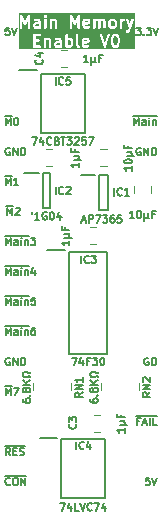
<source format=gto>
%TF.GenerationSoftware,KiCad,Pcbnew,8.0.7*%
%TF.CreationDate,2025-01-03T18:32:58+02:00*%
%TF.ProjectId,Main Memory Enable,4d61696e-204d-4656-9d6f-727920456e61,V0*%
%TF.SameCoordinates,Original*%
%TF.FileFunction,Legend,Top*%
%TF.FilePolarity,Positive*%
%FSLAX46Y46*%
G04 Gerber Fmt 4.6, Leading zero omitted, Abs format (unit mm)*
G04 Created by KiCad (PCBNEW 8.0.7) date 2025-01-03 18:32:58*
%MOMM*%
%LPD*%
G01*
G04 APERTURE LIST*
%ADD10C,0.150000*%
%ADD11C,0.200000*%
%ADD12C,0.120000*%
%ADD13C,0.100000*%
G04 APERTURE END LIST*
D10*
X1265874Y-18065963D02*
X1265874Y-17430963D01*
X1265874Y-17430963D02*
X1477541Y-17884534D01*
X1477541Y-17884534D02*
X1689207Y-17430963D01*
X1689207Y-17430963D02*
X1689207Y-18065963D01*
X2263731Y-18065963D02*
X2263731Y-17733344D01*
X2263731Y-17733344D02*
X2233493Y-17672867D01*
X2233493Y-17672867D02*
X2173017Y-17642629D01*
X2173017Y-17642629D02*
X2052064Y-17642629D01*
X2052064Y-17642629D02*
X1991588Y-17672867D01*
X2263731Y-18035725D02*
X2203255Y-18065963D01*
X2203255Y-18065963D02*
X2052064Y-18065963D01*
X2052064Y-18065963D02*
X1991588Y-18035725D01*
X1991588Y-18035725D02*
X1961350Y-17975248D01*
X1961350Y-17975248D02*
X1961350Y-17914772D01*
X1961350Y-17914772D02*
X1991588Y-17854296D01*
X1991588Y-17854296D02*
X2052064Y-17824058D01*
X2052064Y-17824058D02*
X2203255Y-17824058D01*
X2203255Y-17824058D02*
X2263731Y-17793820D01*
X2566112Y-18065963D02*
X2566112Y-17642629D01*
X2566112Y-17430963D02*
X2535874Y-17461201D01*
X2535874Y-17461201D02*
X2566112Y-17491439D01*
X2566112Y-17491439D02*
X2596350Y-17461201D01*
X2596350Y-17461201D02*
X2566112Y-17430963D01*
X2566112Y-17430963D02*
X2566112Y-17491439D01*
X2868493Y-17642629D02*
X2868493Y-18065963D01*
X2868493Y-17703105D02*
X2898731Y-17672867D01*
X2898731Y-17672867D02*
X2959207Y-17642629D01*
X2959207Y-17642629D02*
X3049922Y-17642629D01*
X3049922Y-17642629D02*
X3110398Y-17672867D01*
X3110398Y-17672867D02*
X3140636Y-17733344D01*
X3140636Y-17733344D02*
X3140636Y-18065963D01*
X1178184Y-17254675D02*
X3228327Y-17254675D01*
X3382541Y-17430963D02*
X3775636Y-17430963D01*
X3775636Y-17430963D02*
X3563969Y-17672867D01*
X3563969Y-17672867D02*
X3654684Y-17672867D01*
X3654684Y-17672867D02*
X3715160Y-17703105D01*
X3715160Y-17703105D02*
X3745398Y-17733344D01*
X3745398Y-17733344D02*
X3775636Y-17793820D01*
X3775636Y-17793820D02*
X3775636Y-17945010D01*
X3775636Y-17945010D02*
X3745398Y-18005486D01*
X3745398Y-18005486D02*
X3715160Y-18035725D01*
X3715160Y-18035725D02*
X3654684Y-18065963D01*
X3654684Y-18065963D02*
X3473255Y-18065963D01*
X3473255Y-18065963D02*
X3412779Y-18035725D01*
X3412779Y-18035725D02*
X3382541Y-18005486D01*
X1265874Y-25685963D02*
X1265874Y-25050963D01*
X1265874Y-25050963D02*
X1477541Y-25504534D01*
X1477541Y-25504534D02*
X1689207Y-25050963D01*
X1689207Y-25050963D02*
X1689207Y-25685963D01*
X2263731Y-25685963D02*
X2263731Y-25353344D01*
X2263731Y-25353344D02*
X2233493Y-25292867D01*
X2233493Y-25292867D02*
X2173017Y-25262629D01*
X2173017Y-25262629D02*
X2052064Y-25262629D01*
X2052064Y-25262629D02*
X1991588Y-25292867D01*
X2263731Y-25655725D02*
X2203255Y-25685963D01*
X2203255Y-25685963D02*
X2052064Y-25685963D01*
X2052064Y-25685963D02*
X1991588Y-25655725D01*
X1991588Y-25655725D02*
X1961350Y-25595248D01*
X1961350Y-25595248D02*
X1961350Y-25534772D01*
X1961350Y-25534772D02*
X1991588Y-25474296D01*
X1991588Y-25474296D02*
X2052064Y-25444058D01*
X2052064Y-25444058D02*
X2203255Y-25444058D01*
X2203255Y-25444058D02*
X2263731Y-25413820D01*
X2566112Y-25685963D02*
X2566112Y-25262629D01*
X2566112Y-25050963D02*
X2535874Y-25081201D01*
X2535874Y-25081201D02*
X2566112Y-25111439D01*
X2566112Y-25111439D02*
X2596350Y-25081201D01*
X2596350Y-25081201D02*
X2566112Y-25050963D01*
X2566112Y-25050963D02*
X2566112Y-25111439D01*
X2868493Y-25262629D02*
X2868493Y-25685963D01*
X2868493Y-25323105D02*
X2898731Y-25292867D01*
X2898731Y-25292867D02*
X2959207Y-25262629D01*
X2959207Y-25262629D02*
X3049922Y-25262629D01*
X3049922Y-25262629D02*
X3110398Y-25292867D01*
X3110398Y-25292867D02*
X3140636Y-25353344D01*
X3140636Y-25353344D02*
X3140636Y-25685963D01*
X1178184Y-24874675D02*
X3228327Y-24874675D01*
X3715160Y-25050963D02*
X3594207Y-25050963D01*
X3594207Y-25050963D02*
X3533731Y-25081201D01*
X3533731Y-25081201D02*
X3503493Y-25111439D01*
X3503493Y-25111439D02*
X3443017Y-25202153D01*
X3443017Y-25202153D02*
X3412779Y-25323105D01*
X3412779Y-25323105D02*
X3412779Y-25565010D01*
X3412779Y-25565010D02*
X3443017Y-25625486D01*
X3443017Y-25625486D02*
X3473255Y-25655725D01*
X3473255Y-25655725D02*
X3533731Y-25685963D01*
X3533731Y-25685963D02*
X3654684Y-25685963D01*
X3654684Y-25685963D02*
X3715160Y-25655725D01*
X3715160Y-25655725D02*
X3745398Y-25625486D01*
X3745398Y-25625486D02*
X3775636Y-25565010D01*
X3775636Y-25565010D02*
X3775636Y-25413820D01*
X3775636Y-25413820D02*
X3745398Y-25353344D01*
X3745398Y-25353344D02*
X3715160Y-25323105D01*
X3715160Y-25323105D02*
X3654684Y-25292867D01*
X3654684Y-25292867D02*
X3533731Y-25292867D01*
X3533731Y-25292867D02*
X3473255Y-25323105D01*
X3473255Y-25323105D02*
X3443017Y-25353344D01*
X3443017Y-25353344D02*
X3412779Y-25413820D01*
X1265874Y-20605963D02*
X1265874Y-19970963D01*
X1265874Y-19970963D02*
X1477541Y-20424534D01*
X1477541Y-20424534D02*
X1689207Y-19970963D01*
X1689207Y-19970963D02*
X1689207Y-20605963D01*
X2263731Y-20605963D02*
X2263731Y-20273344D01*
X2263731Y-20273344D02*
X2233493Y-20212867D01*
X2233493Y-20212867D02*
X2173017Y-20182629D01*
X2173017Y-20182629D02*
X2052064Y-20182629D01*
X2052064Y-20182629D02*
X1991588Y-20212867D01*
X2263731Y-20575725D02*
X2203255Y-20605963D01*
X2203255Y-20605963D02*
X2052064Y-20605963D01*
X2052064Y-20605963D02*
X1991588Y-20575725D01*
X1991588Y-20575725D02*
X1961350Y-20515248D01*
X1961350Y-20515248D02*
X1961350Y-20454772D01*
X1961350Y-20454772D02*
X1991588Y-20394296D01*
X1991588Y-20394296D02*
X2052064Y-20364058D01*
X2052064Y-20364058D02*
X2203255Y-20364058D01*
X2203255Y-20364058D02*
X2263731Y-20333820D01*
X2566112Y-20605963D02*
X2566112Y-20182629D01*
X2566112Y-19970963D02*
X2535874Y-20001201D01*
X2535874Y-20001201D02*
X2566112Y-20031439D01*
X2566112Y-20031439D02*
X2596350Y-20001201D01*
X2596350Y-20001201D02*
X2566112Y-19970963D01*
X2566112Y-19970963D02*
X2566112Y-20031439D01*
X2868493Y-20182629D02*
X2868493Y-20605963D01*
X2868493Y-20243105D02*
X2898731Y-20212867D01*
X2898731Y-20212867D02*
X2959207Y-20182629D01*
X2959207Y-20182629D02*
X3049922Y-20182629D01*
X3049922Y-20182629D02*
X3110398Y-20212867D01*
X3110398Y-20212867D02*
X3140636Y-20273344D01*
X3140636Y-20273344D02*
X3140636Y-20605963D01*
X1178184Y-19794675D02*
X3228327Y-19794675D01*
X3715160Y-20182629D02*
X3715160Y-20605963D01*
X3563969Y-19940725D02*
X3412779Y-20394296D01*
X3412779Y-20394296D02*
X3805874Y-20394296D01*
X12099363Y-7905963D02*
X12099363Y-7270963D01*
X12099363Y-7270963D02*
X12311030Y-7724534D01*
X12311030Y-7724534D02*
X12522696Y-7270963D01*
X12522696Y-7270963D02*
X12522696Y-7905963D01*
X13097220Y-7905963D02*
X13097220Y-7573344D01*
X13097220Y-7573344D02*
X13066982Y-7512867D01*
X13066982Y-7512867D02*
X13006506Y-7482629D01*
X13006506Y-7482629D02*
X12885553Y-7482629D01*
X12885553Y-7482629D02*
X12825077Y-7512867D01*
X13097220Y-7875725D02*
X13036744Y-7905963D01*
X13036744Y-7905963D02*
X12885553Y-7905963D01*
X12885553Y-7905963D02*
X12825077Y-7875725D01*
X12825077Y-7875725D02*
X12794839Y-7815248D01*
X12794839Y-7815248D02*
X12794839Y-7754772D01*
X12794839Y-7754772D02*
X12825077Y-7694296D01*
X12825077Y-7694296D02*
X12885553Y-7664058D01*
X12885553Y-7664058D02*
X13036744Y-7664058D01*
X13036744Y-7664058D02*
X13097220Y-7633820D01*
X13399601Y-7905963D02*
X13399601Y-7482629D01*
X13399601Y-7270963D02*
X13369363Y-7301201D01*
X13369363Y-7301201D02*
X13399601Y-7331439D01*
X13399601Y-7331439D02*
X13429839Y-7301201D01*
X13429839Y-7301201D02*
X13399601Y-7270963D01*
X13399601Y-7270963D02*
X13399601Y-7331439D01*
X13701982Y-7482629D02*
X13701982Y-7905963D01*
X13701982Y-7543105D02*
X13732220Y-7512867D01*
X13732220Y-7512867D02*
X13792696Y-7482629D01*
X13792696Y-7482629D02*
X13883411Y-7482629D01*
X13883411Y-7482629D02*
X13943887Y-7512867D01*
X13943887Y-7512867D02*
X13974125Y-7573344D01*
X13974125Y-7573344D02*
X13974125Y-7905963D01*
X12011673Y-7094675D02*
X14061816Y-7094675D01*
X1628731Y-35845963D02*
X1417064Y-35543582D01*
X1265874Y-35845963D02*
X1265874Y-35210963D01*
X1265874Y-35210963D02*
X1507779Y-35210963D01*
X1507779Y-35210963D02*
X1568255Y-35241201D01*
X1568255Y-35241201D02*
X1598493Y-35271439D01*
X1598493Y-35271439D02*
X1628731Y-35331915D01*
X1628731Y-35331915D02*
X1628731Y-35422629D01*
X1628731Y-35422629D02*
X1598493Y-35483105D01*
X1598493Y-35483105D02*
X1568255Y-35513344D01*
X1568255Y-35513344D02*
X1507779Y-35543582D01*
X1507779Y-35543582D02*
X1265874Y-35543582D01*
X1900874Y-35513344D02*
X2112541Y-35513344D01*
X2203255Y-35845963D02*
X1900874Y-35845963D01*
X1900874Y-35845963D02*
X1900874Y-35210963D01*
X1900874Y-35210963D02*
X2203255Y-35210963D01*
X2445160Y-35815725D02*
X2535874Y-35845963D01*
X2535874Y-35845963D02*
X2687065Y-35845963D01*
X2687065Y-35845963D02*
X2747541Y-35815725D01*
X2747541Y-35815725D02*
X2777779Y-35785486D01*
X2777779Y-35785486D02*
X2808017Y-35725010D01*
X2808017Y-35725010D02*
X2808017Y-35664534D01*
X2808017Y-35664534D02*
X2777779Y-35604058D01*
X2777779Y-35604058D02*
X2747541Y-35573820D01*
X2747541Y-35573820D02*
X2687065Y-35543582D01*
X2687065Y-35543582D02*
X2566112Y-35513344D01*
X2566112Y-35513344D02*
X2505636Y-35483105D01*
X2505636Y-35483105D02*
X2475398Y-35452867D01*
X2475398Y-35452867D02*
X2445160Y-35392391D01*
X2445160Y-35392391D02*
X2445160Y-35331915D01*
X2445160Y-35331915D02*
X2475398Y-35271439D01*
X2475398Y-35271439D02*
X2505636Y-35241201D01*
X2505636Y-35241201D02*
X2566112Y-35210963D01*
X2566112Y-35210963D02*
X2717303Y-35210963D01*
X2717303Y-35210963D02*
X2808017Y-35241201D01*
X1178184Y-35034675D02*
X2865470Y-35034675D01*
X1265874Y-30765963D02*
X1265874Y-30130963D01*
X1265874Y-30130963D02*
X1477541Y-30584534D01*
X1477541Y-30584534D02*
X1689207Y-30130963D01*
X1689207Y-30130963D02*
X1689207Y-30765963D01*
X1178184Y-29954675D02*
X1776898Y-29954675D01*
X1931112Y-30130963D02*
X2354445Y-30130963D01*
X2354445Y-30130963D02*
X2082302Y-30765963D01*
X1568255Y349036D02*
X1265874Y349036D01*
X1265874Y349036D02*
X1235636Y46655D01*
X1235636Y46655D02*
X1265874Y76894D01*
X1265874Y76894D02*
X1326350Y107132D01*
X1326350Y107132D02*
X1477541Y107132D01*
X1477541Y107132D02*
X1538017Y76894D01*
X1538017Y76894D02*
X1568255Y46655D01*
X1568255Y46655D02*
X1598493Y-13820D01*
X1598493Y-13820D02*
X1598493Y-165010D01*
X1598493Y-165010D02*
X1568255Y-225486D01*
X1568255Y-225486D02*
X1538017Y-255725D01*
X1538017Y-255725D02*
X1477541Y-285963D01*
X1477541Y-285963D02*
X1326350Y-285963D01*
X1326350Y-285963D02*
X1265874Y-255725D01*
X1265874Y-255725D02*
X1235636Y-225486D01*
X1779922Y349036D02*
X1991588Y-285963D01*
X1991588Y-285963D02*
X2203255Y349036D01*
X1265874Y-12985963D02*
X1265874Y-12350963D01*
X1265874Y-12350963D02*
X1477541Y-12804534D01*
X1477541Y-12804534D02*
X1689207Y-12350963D01*
X1689207Y-12350963D02*
X1689207Y-12985963D01*
X1178184Y-12174675D02*
X1776898Y-12174675D01*
X2324207Y-12985963D02*
X1961350Y-12985963D01*
X2142778Y-12985963D02*
X2142778Y-12350963D01*
X2142778Y-12350963D02*
X2082302Y-12441677D01*
X2082302Y-12441677D02*
X2021826Y-12502153D01*
X2021826Y-12502153D02*
X1961350Y-12532391D01*
X1628731Y-38325486D02*
X1598493Y-38355725D01*
X1598493Y-38355725D02*
X1507779Y-38385963D01*
X1507779Y-38385963D02*
X1447303Y-38385963D01*
X1447303Y-38385963D02*
X1356588Y-38355725D01*
X1356588Y-38355725D02*
X1296112Y-38295248D01*
X1296112Y-38295248D02*
X1265874Y-38234772D01*
X1265874Y-38234772D02*
X1235636Y-38113820D01*
X1235636Y-38113820D02*
X1235636Y-38023105D01*
X1235636Y-38023105D02*
X1265874Y-37902153D01*
X1265874Y-37902153D02*
X1296112Y-37841677D01*
X1296112Y-37841677D02*
X1356588Y-37781201D01*
X1356588Y-37781201D02*
X1447303Y-37750963D01*
X1447303Y-37750963D02*
X1507779Y-37750963D01*
X1507779Y-37750963D02*
X1598493Y-37781201D01*
X1598493Y-37781201D02*
X1628731Y-37811439D01*
X2021826Y-37750963D02*
X2142779Y-37750963D01*
X2142779Y-37750963D02*
X2203255Y-37781201D01*
X2203255Y-37781201D02*
X2263731Y-37841677D01*
X2263731Y-37841677D02*
X2293969Y-37962629D01*
X2293969Y-37962629D02*
X2293969Y-38174296D01*
X2293969Y-38174296D02*
X2263731Y-38295248D01*
X2263731Y-38295248D02*
X2203255Y-38355725D01*
X2203255Y-38355725D02*
X2142779Y-38385963D01*
X2142779Y-38385963D02*
X2021826Y-38385963D01*
X2021826Y-38385963D02*
X1961350Y-38355725D01*
X1961350Y-38355725D02*
X1900874Y-38295248D01*
X1900874Y-38295248D02*
X1870636Y-38174296D01*
X1870636Y-38174296D02*
X1870636Y-37962629D01*
X1870636Y-37962629D02*
X1900874Y-37841677D01*
X1900874Y-37841677D02*
X1961350Y-37781201D01*
X1961350Y-37781201D02*
X2021826Y-37750963D01*
X2566112Y-38385963D02*
X2566112Y-37750963D01*
X2566112Y-37750963D02*
X2928969Y-38385963D01*
X2928969Y-38385963D02*
X2928969Y-37750963D01*
X1178184Y-37574675D02*
X3016660Y-37574675D01*
X1598493Y-27621201D02*
X1538017Y-27590963D01*
X1538017Y-27590963D02*
X1447303Y-27590963D01*
X1447303Y-27590963D02*
X1356588Y-27621201D01*
X1356588Y-27621201D02*
X1296112Y-27681677D01*
X1296112Y-27681677D02*
X1265874Y-27742153D01*
X1265874Y-27742153D02*
X1235636Y-27863105D01*
X1235636Y-27863105D02*
X1235636Y-27953820D01*
X1235636Y-27953820D02*
X1265874Y-28074772D01*
X1265874Y-28074772D02*
X1296112Y-28135248D01*
X1296112Y-28135248D02*
X1356588Y-28195725D01*
X1356588Y-28195725D02*
X1447303Y-28225963D01*
X1447303Y-28225963D02*
X1507779Y-28225963D01*
X1507779Y-28225963D02*
X1598493Y-28195725D01*
X1598493Y-28195725D02*
X1628731Y-28165486D01*
X1628731Y-28165486D02*
X1628731Y-27953820D01*
X1628731Y-27953820D02*
X1507779Y-27953820D01*
X1900874Y-28225963D02*
X1900874Y-27590963D01*
X1900874Y-27590963D02*
X2263731Y-28225963D01*
X2263731Y-28225963D02*
X2263731Y-27590963D01*
X2566112Y-28225963D02*
X2566112Y-27590963D01*
X2566112Y-27590963D02*
X2717302Y-27590963D01*
X2717302Y-27590963D02*
X2808017Y-27621201D01*
X2808017Y-27621201D02*
X2868493Y-27681677D01*
X2868493Y-27681677D02*
X2898731Y-27742153D01*
X2898731Y-27742153D02*
X2928969Y-27863105D01*
X2928969Y-27863105D02*
X2928969Y-27953820D01*
X2928969Y-27953820D02*
X2898731Y-28074772D01*
X2898731Y-28074772D02*
X2868493Y-28135248D01*
X2868493Y-28135248D02*
X2808017Y-28195725D01*
X2808017Y-28195725D02*
X2717302Y-28225963D01*
X2717302Y-28225963D02*
X2566112Y-28225963D01*
X13339125Y-27621201D02*
X13278649Y-27590963D01*
X13278649Y-27590963D02*
X13187935Y-27590963D01*
X13187935Y-27590963D02*
X13097220Y-27621201D01*
X13097220Y-27621201D02*
X13036744Y-27681677D01*
X13036744Y-27681677D02*
X13006506Y-27742153D01*
X13006506Y-27742153D02*
X12976268Y-27863105D01*
X12976268Y-27863105D02*
X12976268Y-27953820D01*
X12976268Y-27953820D02*
X13006506Y-28074772D01*
X13006506Y-28074772D02*
X13036744Y-28135248D01*
X13036744Y-28135248D02*
X13097220Y-28195725D01*
X13097220Y-28195725D02*
X13187935Y-28225963D01*
X13187935Y-28225963D02*
X13248411Y-28225963D01*
X13248411Y-28225963D02*
X13339125Y-28195725D01*
X13339125Y-28195725D02*
X13369363Y-28165486D01*
X13369363Y-28165486D02*
X13369363Y-27953820D01*
X13369363Y-27953820D02*
X13248411Y-27953820D01*
X13641506Y-28225963D02*
X13641506Y-27590963D01*
X13641506Y-27590963D02*
X13792696Y-27590963D01*
X13792696Y-27590963D02*
X13883411Y-27621201D01*
X13883411Y-27621201D02*
X13943887Y-27681677D01*
X13943887Y-27681677D02*
X13974125Y-27742153D01*
X13974125Y-27742153D02*
X14004363Y-27863105D01*
X14004363Y-27863105D02*
X14004363Y-27953820D01*
X14004363Y-27953820D02*
X13974125Y-28074772D01*
X13974125Y-28074772D02*
X13943887Y-28135248D01*
X13943887Y-28135248D02*
X13883411Y-28195725D01*
X13883411Y-28195725D02*
X13792696Y-28225963D01*
X13792696Y-28225963D02*
X13641506Y-28225963D01*
X1265874Y-7905963D02*
X1265874Y-7270963D01*
X1265874Y-7270963D02*
X1477541Y-7724534D01*
X1477541Y-7724534D02*
X1689207Y-7270963D01*
X1689207Y-7270963D02*
X1689207Y-7905963D01*
X1178184Y-7094675D02*
X1776898Y-7094675D01*
X2112540Y-7270963D02*
X2173017Y-7270963D01*
X2173017Y-7270963D02*
X2233493Y-7301201D01*
X2233493Y-7301201D02*
X2263731Y-7331439D01*
X2263731Y-7331439D02*
X2293969Y-7391915D01*
X2293969Y-7391915D02*
X2324207Y-7512867D01*
X2324207Y-7512867D02*
X2324207Y-7664058D01*
X2324207Y-7664058D02*
X2293969Y-7785010D01*
X2293969Y-7785010D02*
X2263731Y-7845486D01*
X2263731Y-7845486D02*
X2233493Y-7875725D01*
X2233493Y-7875725D02*
X2173017Y-7905963D01*
X2173017Y-7905963D02*
X2112540Y-7905963D01*
X2112540Y-7905963D02*
X2052064Y-7875725D01*
X2052064Y-7875725D02*
X2021826Y-7845486D01*
X2021826Y-7845486D02*
X1991588Y-7785010D01*
X1991588Y-7785010D02*
X1961350Y-7664058D01*
X1961350Y-7664058D02*
X1961350Y-7512867D01*
X1961350Y-7512867D02*
X1991588Y-7391915D01*
X1991588Y-7391915D02*
X2021826Y-7331439D01*
X2021826Y-7331439D02*
X2052064Y-7301201D01*
X2052064Y-7301201D02*
X2112540Y-7270963D01*
D11*
G36*
X5829475Y-1147768D02*
G01*
X5810630Y-1157191D01*
X5619749Y-1157191D01*
X5575439Y-1135036D01*
X5553285Y-1090726D01*
X5553285Y-1042702D01*
X5575440Y-998392D01*
X5619749Y-976238D01*
X5829475Y-976238D01*
X5829475Y-1147768D01*
G37*
G36*
X6727382Y-720329D02*
G01*
X6752051Y-744997D01*
X6781856Y-804607D01*
X6781856Y-1043107D01*
X6752051Y-1102715D01*
X6727382Y-1127385D01*
X6667773Y-1157191D01*
X6524511Y-1157191D01*
X6505666Y-1147768D01*
X6505666Y-699946D01*
X6524511Y-690524D01*
X6667773Y-690524D01*
X6727382Y-720329D01*
G37*
G36*
X8140654Y-712679D02*
G01*
X8158104Y-747579D01*
X7886619Y-801876D01*
X7886619Y-756988D01*
X7908774Y-712678D01*
X7953083Y-690524D01*
X8096345Y-690524D01*
X8140654Y-712679D01*
G37*
G36*
X10632145Y-386996D02*
G01*
X10656814Y-411664D01*
X10692267Y-482571D01*
X10734238Y-650452D01*
X10734238Y-863928D01*
X10692267Y-1031809D01*
X10656814Y-1102715D01*
X10632145Y-1127385D01*
X10572536Y-1157191D01*
X10524512Y-1157191D01*
X10464902Y-1127386D01*
X10440235Y-1102718D01*
X10404780Y-1031809D01*
X10362810Y-863928D01*
X10362810Y-650453D01*
X10404780Y-482571D01*
X10440234Y-411664D01*
X10464902Y-386995D01*
X10524512Y-357191D01*
X10572536Y-357191D01*
X10632145Y-386996D01*
G37*
G36*
X4043761Y462174D02*
G01*
X4024917Y452752D01*
X3834034Y452752D01*
X3789726Y474906D01*
X3767571Y519217D01*
X3767571Y567240D01*
X3789726Y611550D01*
X3834035Y633705D01*
X4043761Y633705D01*
X4043761Y462174D01*
G37*
G36*
X8212082Y897263D02*
G01*
X8229532Y862363D01*
X7958047Y808066D01*
X7958047Y852954D01*
X7980202Y897264D01*
X8024511Y919419D01*
X8167773Y919419D01*
X8212082Y897263D01*
G37*
G36*
X10417858Y889613D02*
G01*
X10442527Y864945D01*
X10472332Y805336D01*
X10472332Y566836D01*
X10442527Y507226D01*
X10417856Y482555D01*
X10358250Y452752D01*
X10262605Y452752D01*
X10202997Y482556D01*
X10178328Y507226D01*
X10148523Y566836D01*
X10148523Y805335D01*
X10178328Y864945D01*
X10202996Y889614D01*
X10262606Y919419D01*
X10358249Y919419D01*
X10417858Y889613D01*
G37*
G36*
X12210942Y-1468302D02*
G01*
X2361222Y-1468302D01*
X2361222Y-257191D01*
X3591380Y-257191D01*
X3591380Y-1257191D01*
X3593301Y-1276700D01*
X3608233Y-1312748D01*
X3635823Y-1340338D01*
X3671871Y-1355270D01*
X3691380Y-1357191D01*
X4167570Y-1357191D01*
X4187079Y-1355270D01*
X4223127Y-1340338D01*
X4250717Y-1312748D01*
X4265649Y-1276700D01*
X4265649Y-1237682D01*
X4250717Y-1201634D01*
X4223127Y-1174044D01*
X4187079Y-1159112D01*
X4167570Y-1157191D01*
X3791380Y-1157191D01*
X3791380Y-833381D01*
X4024713Y-833381D01*
X4044222Y-831460D01*
X4080270Y-816528D01*
X4107860Y-788938D01*
X4122792Y-752890D01*
X4122792Y-713872D01*
X4107860Y-677824D01*
X4080270Y-650234D01*
X4044222Y-635302D01*
X4024713Y-633381D01*
X3791380Y-633381D01*
X3791380Y-590524D01*
X4496142Y-590524D01*
X4496142Y-1257191D01*
X4498063Y-1276700D01*
X4512995Y-1312748D01*
X4540585Y-1340338D01*
X4576633Y-1355270D01*
X4615651Y-1355270D01*
X4651699Y-1340338D01*
X4679289Y-1312748D01*
X4694221Y-1276700D01*
X4696142Y-1257191D01*
X4696142Y-727183D01*
X4702996Y-720328D01*
X4762606Y-690524D01*
X4858249Y-690524D01*
X4902558Y-712679D01*
X4924713Y-756988D01*
X4924713Y-1257191D01*
X4926634Y-1276700D01*
X4941566Y-1312748D01*
X4969156Y-1340338D01*
X5005204Y-1355270D01*
X5044222Y-1355270D01*
X5080270Y-1340338D01*
X5107860Y-1312748D01*
X5122792Y-1276700D01*
X5124713Y-1257191D01*
X5124713Y-1019095D01*
X5353285Y-1019095D01*
X5353285Y-1114333D01*
X5355206Y-1133842D01*
X5356581Y-1137162D01*
X5356836Y-1140745D01*
X5363842Y-1159054D01*
X5411461Y-1254293D01*
X5413514Y-1257556D01*
X5414028Y-1259095D01*
X5415690Y-1261011D01*
X5421904Y-1270883D01*
X5431375Y-1279097D01*
X5439592Y-1288572D01*
X5449462Y-1294784D01*
X5451380Y-1296448D01*
X5452920Y-1296961D01*
X5456183Y-1299015D01*
X5551420Y-1346634D01*
X5569729Y-1353640D01*
X5573312Y-1353894D01*
X5576633Y-1355270D01*
X5596142Y-1357191D01*
X5834237Y-1357191D01*
X5853746Y-1355270D01*
X5857066Y-1353894D01*
X5860650Y-1353640D01*
X5878958Y-1346634D01*
X5883561Y-1344332D01*
X5909966Y-1355270D01*
X5948984Y-1355270D01*
X5985032Y-1340338D01*
X6012622Y-1312748D01*
X6027554Y-1276700D01*
X6029475Y-1257191D01*
X6029475Y-733381D01*
X6027554Y-713872D01*
X6026178Y-710551D01*
X6025924Y-706968D01*
X6018918Y-688659D01*
X5971299Y-593422D01*
X5969244Y-590158D01*
X5968732Y-588620D01*
X5967070Y-586704D01*
X5960856Y-576831D01*
X5951380Y-568613D01*
X5943167Y-559143D01*
X5933295Y-552929D01*
X5931379Y-551267D01*
X5929840Y-550753D01*
X5926577Y-548700D01*
X5831339Y-501081D01*
X5813031Y-494075D01*
X5809447Y-493820D01*
X5806127Y-492445D01*
X5786618Y-490524D01*
X5596142Y-490524D01*
X5576633Y-492445D01*
X5573312Y-493820D01*
X5569729Y-494075D01*
X5551420Y-501081D01*
X5456183Y-548700D01*
X5439592Y-559143D01*
X5414028Y-588620D01*
X5401689Y-625636D01*
X5404455Y-664556D01*
X5421904Y-699455D01*
X5451381Y-725019D01*
X5488397Y-737358D01*
X5527317Y-734592D01*
X5545625Y-727586D01*
X5619749Y-690524D01*
X5763011Y-690524D01*
X5807320Y-712679D01*
X5829475Y-756988D01*
X5829475Y-766815D01*
X5810630Y-776238D01*
X5596142Y-776238D01*
X5576633Y-778159D01*
X5573312Y-779534D01*
X5569729Y-779789D01*
X5551420Y-786795D01*
X5456183Y-834414D01*
X5452919Y-836468D01*
X5451381Y-836981D01*
X5449465Y-838642D01*
X5439592Y-844857D01*
X5431374Y-854332D01*
X5421904Y-862546D01*
X5415690Y-872417D01*
X5414028Y-874334D01*
X5413514Y-875872D01*
X5411461Y-879136D01*
X5363842Y-974374D01*
X5356836Y-992682D01*
X5356581Y-996265D01*
X5355206Y-999586D01*
X5353285Y-1019095D01*
X5124713Y-1019095D01*
X5124713Y-733381D01*
X5122792Y-713872D01*
X5121416Y-710551D01*
X5121162Y-706968D01*
X5114156Y-688659D01*
X5066537Y-593422D01*
X5064482Y-590158D01*
X5063970Y-588620D01*
X5062308Y-586704D01*
X5056094Y-576831D01*
X5046618Y-568613D01*
X5038405Y-559143D01*
X5028533Y-552929D01*
X5026617Y-551267D01*
X5025078Y-550753D01*
X5021815Y-548700D01*
X4926577Y-501081D01*
X4908269Y-494075D01*
X4904685Y-493820D01*
X4901365Y-492445D01*
X4881856Y-490524D01*
X4738999Y-490524D01*
X4719490Y-492445D01*
X4716169Y-493820D01*
X4712586Y-494075D01*
X4694277Y-501081D01*
X4661694Y-517372D01*
X4651699Y-507377D01*
X4615651Y-492445D01*
X4576633Y-492445D01*
X4540585Y-507377D01*
X4512995Y-534967D01*
X4498063Y-571015D01*
X4496142Y-590524D01*
X3791380Y-590524D01*
X3791380Y-357191D01*
X4167570Y-357191D01*
X4187079Y-355270D01*
X4223127Y-340338D01*
X4250717Y-312748D01*
X4265649Y-276700D01*
X4265649Y-257191D01*
X6305666Y-257191D01*
X6305666Y-1257191D01*
X6307587Y-1276700D01*
X6322519Y-1312748D01*
X6350109Y-1340338D01*
X6386157Y-1355270D01*
X6425175Y-1355270D01*
X6451579Y-1344332D01*
X6456182Y-1346634D01*
X6474491Y-1353640D01*
X6478074Y-1353894D01*
X6481395Y-1355270D01*
X6500904Y-1357191D01*
X6691380Y-1357191D01*
X6710889Y-1355270D01*
X6714209Y-1353894D01*
X6717793Y-1353640D01*
X6736101Y-1346634D01*
X6831339Y-1299015D01*
X6839734Y-1293730D01*
X6842176Y-1292719D01*
X6844923Y-1290463D01*
X6847929Y-1288572D01*
X6849659Y-1286577D01*
X6857329Y-1280282D01*
X6904948Y-1232662D01*
X6911240Y-1224995D01*
X6913237Y-1223264D01*
X6915130Y-1220256D01*
X6917385Y-1217509D01*
X6918396Y-1215067D01*
X6923680Y-1206673D01*
X6971299Y-1111436D01*
X6978305Y-1093127D01*
X6978559Y-1089543D01*
X6979935Y-1086223D01*
X6981856Y-1066714D01*
X6981856Y-781000D01*
X6979935Y-761491D01*
X6978559Y-758170D01*
X6978305Y-754587D01*
X6971299Y-736278D01*
X6923680Y-641041D01*
X6918394Y-632644D01*
X6917384Y-630204D01*
X6915130Y-627458D01*
X6913237Y-624450D01*
X6911239Y-622717D01*
X6904947Y-615051D01*
X6857329Y-567432D01*
X6849658Y-561137D01*
X6847929Y-559143D01*
X6844921Y-557249D01*
X6842175Y-554996D01*
X6839735Y-553985D01*
X6831339Y-548700D01*
X6736101Y-501081D01*
X6717793Y-494075D01*
X6714209Y-493820D01*
X6710889Y-492445D01*
X6691380Y-490524D01*
X6505666Y-490524D01*
X6505666Y-257191D01*
X7210428Y-257191D01*
X7210428Y-1114333D01*
X7212349Y-1133842D01*
X7213724Y-1137162D01*
X7213979Y-1140745D01*
X7220985Y-1159054D01*
X7268604Y-1254293D01*
X7270657Y-1257556D01*
X7271171Y-1259095D01*
X7272833Y-1261011D01*
X7279047Y-1270883D01*
X7288518Y-1279097D01*
X7296735Y-1288572D01*
X7306605Y-1294784D01*
X7308523Y-1296448D01*
X7310063Y-1296961D01*
X7313326Y-1299015D01*
X7408563Y-1346634D01*
X7426872Y-1353640D01*
X7465792Y-1356406D01*
X7502808Y-1344067D01*
X7532285Y-1318502D01*
X7549734Y-1283604D01*
X7552499Y-1244684D01*
X7540161Y-1207668D01*
X7514596Y-1178191D01*
X7498006Y-1167748D01*
X7432582Y-1135036D01*
X7410428Y-1090726D01*
X7410428Y-733381D01*
X7686619Y-733381D01*
X7686619Y-1114333D01*
X7688540Y-1133842D01*
X7689915Y-1137162D01*
X7690170Y-1140745D01*
X7697176Y-1159054D01*
X7744795Y-1254293D01*
X7746848Y-1257556D01*
X7747362Y-1259095D01*
X7749024Y-1261011D01*
X7755238Y-1270883D01*
X7764709Y-1279097D01*
X7772926Y-1288572D01*
X7782796Y-1294784D01*
X7784714Y-1296448D01*
X7786254Y-1296961D01*
X7789517Y-1299015D01*
X7884754Y-1346634D01*
X7903063Y-1353640D01*
X7906646Y-1353894D01*
X7909967Y-1355270D01*
X7929476Y-1357191D01*
X8119952Y-1357191D01*
X8139461Y-1355270D01*
X8142781Y-1353894D01*
X8146365Y-1353640D01*
X8164673Y-1346634D01*
X8259911Y-1299015D01*
X8276501Y-1288572D01*
X8302066Y-1259095D01*
X8314404Y-1222079D01*
X8311639Y-1183159D01*
X8294190Y-1148261D01*
X8264713Y-1122696D01*
X8227697Y-1110357D01*
X8188777Y-1113123D01*
X8170468Y-1120129D01*
X8096345Y-1157191D01*
X7953083Y-1157191D01*
X7908773Y-1135036D01*
X7886619Y-1090726D01*
X7886619Y-1005837D01*
X8282315Y-926698D01*
X8282318Y-926698D01*
X8282320Y-926696D01*
X8282420Y-926677D01*
X8301174Y-920967D01*
X8309314Y-915515D01*
X8318366Y-911766D01*
X8325367Y-904764D01*
X8333593Y-899256D01*
X8339027Y-891104D01*
X8345956Y-884176D01*
X8349745Y-875028D01*
X8355237Y-866791D01*
X8357138Y-857180D01*
X8360888Y-848128D01*
X8362809Y-828619D01*
X8362809Y-733381D01*
X8360888Y-713872D01*
X8359512Y-710551D01*
X8359258Y-706968D01*
X8352252Y-688659D01*
X8304633Y-593422D01*
X8302578Y-590158D01*
X8302066Y-588620D01*
X8300404Y-586704D01*
X8294190Y-576831D01*
X8284714Y-568613D01*
X8276501Y-559143D01*
X8266629Y-552929D01*
X8264713Y-551267D01*
X8263174Y-550753D01*
X8259911Y-548700D01*
X8164673Y-501081D01*
X8146365Y-494075D01*
X8142781Y-493820D01*
X8139461Y-492445D01*
X8119952Y-490524D01*
X7929476Y-490524D01*
X7909967Y-492445D01*
X7906646Y-493820D01*
X7903063Y-494075D01*
X7884754Y-501081D01*
X7789517Y-548700D01*
X7786253Y-550754D01*
X7784715Y-551267D01*
X7782799Y-552928D01*
X7772926Y-559143D01*
X7764708Y-568618D01*
X7755238Y-576832D01*
X7749024Y-586703D01*
X7747362Y-588620D01*
X7746848Y-590158D01*
X7744795Y-593422D01*
X7697176Y-688660D01*
X7690170Y-706968D01*
X7689915Y-710551D01*
X7688540Y-713872D01*
X7686619Y-733381D01*
X7410428Y-733381D01*
X7410428Y-269698D01*
X9211214Y-269698D01*
X9215561Y-288814D01*
X9548894Y-1288813D01*
X9556885Y-1306714D01*
X9561568Y-1312113D01*
X9564763Y-1318503D01*
X9574234Y-1326718D01*
X9582450Y-1336190D01*
X9588838Y-1339384D01*
X9594239Y-1344068D01*
X9606140Y-1348035D01*
X9617349Y-1353639D01*
X9624473Y-1354145D01*
X9631255Y-1356406D01*
X9643764Y-1355516D01*
X9656269Y-1356406D01*
X9663047Y-1354146D01*
X9670175Y-1353640D01*
X9681391Y-1348031D01*
X9693285Y-1344067D01*
X9698682Y-1339386D01*
X9705074Y-1336190D01*
X9713292Y-1326714D01*
X9722761Y-1318502D01*
X9725954Y-1312115D01*
X9730639Y-1306714D01*
X9738630Y-1288814D01*
X9955520Y-638143D01*
X10162810Y-638143D01*
X10162810Y-876238D01*
X10163145Y-879640D01*
X10162928Y-881099D01*
X10164007Y-888396D01*
X10164731Y-895747D01*
X10165295Y-897110D01*
X10165796Y-900492D01*
X10213415Y-1090967D01*
X10213928Y-1092404D01*
X10213980Y-1093127D01*
X10217088Y-1101251D01*
X10220010Y-1109428D01*
X10220440Y-1110008D01*
X10220986Y-1111435D01*
X10268605Y-1206673D01*
X10273888Y-1215065D01*
X10274900Y-1217509D01*
X10277156Y-1220258D01*
X10279048Y-1223263D01*
X10281042Y-1224992D01*
X10287337Y-1232662D01*
X10334955Y-1280282D01*
X10342623Y-1286575D01*
X10344355Y-1288572D01*
X10347363Y-1290465D01*
X10350109Y-1292719D01*
X10352549Y-1293729D01*
X10360946Y-1299015D01*
X10456183Y-1346634D01*
X10474492Y-1353640D01*
X10478075Y-1353894D01*
X10481396Y-1355270D01*
X10500905Y-1357191D01*
X10596143Y-1357191D01*
X10615652Y-1355270D01*
X10618972Y-1353894D01*
X10622556Y-1353640D01*
X10640864Y-1346634D01*
X10736102Y-1299015D01*
X10744497Y-1293730D01*
X10746939Y-1292719D01*
X10749686Y-1290463D01*
X10752692Y-1288572D01*
X10754422Y-1286577D01*
X10762092Y-1280282D01*
X10809711Y-1232662D01*
X10816003Y-1224995D01*
X10818000Y-1223264D01*
X10819893Y-1220256D01*
X10822148Y-1217509D01*
X10823159Y-1215067D01*
X10828443Y-1206673D01*
X10876062Y-1111436D01*
X10876608Y-1110007D01*
X10877038Y-1109428D01*
X10879959Y-1101251D01*
X10883068Y-1093127D01*
X10883119Y-1092406D01*
X10883633Y-1090968D01*
X10931252Y-900492D01*
X10931752Y-897110D01*
X10932317Y-895747D01*
X10933040Y-888396D01*
X10934120Y-881099D01*
X10933902Y-879640D01*
X10934238Y-876238D01*
X10934238Y-638143D01*
X10933902Y-634740D01*
X10934120Y-633282D01*
X10933040Y-625984D01*
X10932317Y-618634D01*
X10931752Y-617270D01*
X10931252Y-613889D01*
X10883633Y-423413D01*
X10883119Y-421974D01*
X10883068Y-421254D01*
X10879959Y-413129D01*
X10877038Y-404953D01*
X10876608Y-404373D01*
X10876062Y-402945D01*
X10828443Y-307708D01*
X10823157Y-299311D01*
X10822147Y-296871D01*
X10819893Y-294125D01*
X10818000Y-291117D01*
X10816002Y-289384D01*
X10809710Y-281718D01*
X10762092Y-234099D01*
X10754421Y-227804D01*
X10752692Y-225810D01*
X10749684Y-223916D01*
X10746938Y-221663D01*
X10744498Y-220652D01*
X10736102Y-215367D01*
X10640864Y-167748D01*
X10622556Y-160742D01*
X10618972Y-160487D01*
X10615652Y-159112D01*
X10596143Y-157191D01*
X10500905Y-157191D01*
X10481396Y-159112D01*
X10478075Y-160487D01*
X10474492Y-160742D01*
X10456183Y-167748D01*
X10360946Y-215367D01*
X10352549Y-220652D01*
X10350109Y-221663D01*
X10347363Y-223916D01*
X10344355Y-225810D01*
X10342622Y-227807D01*
X10334956Y-234100D01*
X10287337Y-281718D01*
X10281042Y-289388D01*
X10279048Y-291118D01*
X10277154Y-294125D01*
X10274901Y-296872D01*
X10273890Y-299311D01*
X10268605Y-307708D01*
X10220986Y-402946D01*
X10220440Y-404372D01*
X10220010Y-404953D01*
X10217088Y-413129D01*
X10213980Y-421254D01*
X10213928Y-421976D01*
X10213415Y-423414D01*
X10165796Y-613889D01*
X10165295Y-617270D01*
X10164731Y-618634D01*
X10164007Y-625984D01*
X10162928Y-633282D01*
X10163145Y-634740D01*
X10162810Y-638143D01*
X9955520Y-638143D01*
X10071963Y-288814D01*
X10076310Y-269699D01*
X10073544Y-230779D01*
X10056094Y-195880D01*
X10026618Y-170315D01*
X9989602Y-157976D01*
X9950682Y-160743D01*
X9915783Y-178192D01*
X9890218Y-207668D01*
X9882227Y-225569D01*
X9643762Y-940963D01*
X9405297Y-225568D01*
X9397306Y-207668D01*
X9371741Y-178192D01*
X9336842Y-160742D01*
X9297922Y-157976D01*
X9260906Y-170314D01*
X9231430Y-195879D01*
X9213980Y-230778D01*
X9211214Y-269698D01*
X7410428Y-269698D01*
X7410428Y-257191D01*
X7408507Y-237682D01*
X7393575Y-201634D01*
X7365985Y-174044D01*
X7329937Y-159112D01*
X7290919Y-159112D01*
X7254871Y-174044D01*
X7227281Y-201634D01*
X7212349Y-237682D01*
X7210428Y-257191D01*
X6505666Y-257191D01*
X6503745Y-237682D01*
X6488813Y-201634D01*
X6461223Y-174044D01*
X6425175Y-159112D01*
X6386157Y-159112D01*
X6350109Y-174044D01*
X6322519Y-201634D01*
X6307587Y-237682D01*
X6305666Y-257191D01*
X4265649Y-257191D01*
X4265649Y-237682D01*
X4250717Y-201634D01*
X4223127Y-174044D01*
X4187079Y-159112D01*
X4167570Y-157191D01*
X3691380Y-157191D01*
X3671871Y-159112D01*
X3635823Y-174044D01*
X3608233Y-201634D01*
X3593301Y-237682D01*
X3591380Y-257191D01*
X2361222Y-257191D01*
X2361222Y31926D01*
X11425499Y31926D01*
X11428265Y-6994D01*
X11445714Y-41893D01*
X11475191Y-67457D01*
X11512207Y-79796D01*
X11551127Y-77030D01*
X11569435Y-70024D01*
X11664673Y-22405D01*
X11673069Y-17119D01*
X11675509Y-16109D01*
X11678255Y-13855D01*
X11681263Y-11962D01*
X11682992Y-9967D01*
X11690663Y-3673D01*
X11738281Y43946D01*
X11750718Y59099D01*
X11750955Y59673D01*
X11751390Y60118D01*
X11760419Y77518D01*
X11855657Y315613D01*
X11856181Y317419D01*
X11856983Y319118D01*
X12095078Y985785D01*
X12099831Y1004804D01*
X12097893Y1043774D01*
X12081190Y1079036D01*
X12052264Y1105222D01*
X12015519Y1118345D01*
X11976549Y1116408D01*
X11941287Y1099704D01*
X11915100Y1070779D01*
X11906730Y1053052D01*
X11762809Y650073D01*
X11618888Y1053053D01*
X11610518Y1070779D01*
X11584331Y1099705D01*
X11549069Y1116408D01*
X11510099Y1118346D01*
X11473354Y1105223D01*
X11444428Y1079036D01*
X11427725Y1043774D01*
X11425787Y1004804D01*
X11430540Y985785D01*
X11655907Y354756D01*
X11582345Y170853D01*
X11560716Y149224D01*
X11479993Y108862D01*
X11463402Y98419D01*
X11437838Y68942D01*
X11425499Y31926D01*
X2361222Y31926D01*
X2361222Y1352752D01*
X2472333Y1352752D01*
X2472333Y352752D01*
X2474254Y333243D01*
X2489186Y297195D01*
X2516776Y269605D01*
X2552824Y254673D01*
X2591842Y254673D01*
X2627890Y269605D01*
X2655480Y297195D01*
X2670412Y333243D01*
X2672333Y352752D01*
X2672333Y901995D01*
X2815048Y596178D01*
X2819280Y589032D01*
X2820160Y586615D01*
X2821725Y584905D01*
X2825039Y579312D01*
X2836249Y569045D01*
X2846511Y557840D01*
X2850536Y555961D01*
X2853814Y552960D01*
X2868096Y547766D01*
X2881869Y541339D01*
X2886308Y541143D01*
X2890483Y539626D01*
X2905666Y540293D01*
X2920849Y539626D01*
X2925022Y541143D01*
X2929464Y541339D01*
X2943248Y547771D01*
X2957518Y552961D01*
X2960791Y555958D01*
X2964821Y557839D01*
X2975090Y569053D01*
X2986293Y579312D01*
X2989604Y584902D01*
X2991173Y586615D01*
X2992053Y589036D01*
X2996284Y596178D01*
X3138999Y901996D01*
X3138999Y352752D01*
X3140920Y333243D01*
X3155852Y297195D01*
X3183442Y269605D01*
X3219490Y254673D01*
X3258508Y254673D01*
X3294556Y269605D01*
X3322146Y297195D01*
X3337078Y333243D01*
X3338999Y352752D01*
X3338999Y590848D01*
X3567571Y590848D01*
X3567571Y495610D01*
X3569492Y476101D01*
X3570867Y472780D01*
X3571122Y469197D01*
X3578128Y450889D01*
X3625747Y355651D01*
X3627799Y352390D01*
X3628313Y350850D01*
X3629976Y348932D01*
X3636190Y339061D01*
X3645662Y330845D01*
X3653878Y321373D01*
X3663749Y315159D01*
X3665667Y313496D01*
X3667207Y312982D01*
X3670468Y310930D01*
X3765706Y263310D01*
X3784015Y256303D01*
X3787598Y256048D01*
X3790919Y254673D01*
X3810428Y252752D01*
X4048523Y252752D01*
X4068032Y254673D01*
X4071351Y256048D01*
X4074937Y256303D01*
X4093245Y263310D01*
X4097846Y265610D01*
X4124252Y254673D01*
X4163270Y254673D01*
X4199318Y269605D01*
X4226908Y297195D01*
X4241840Y333243D01*
X4243761Y352752D01*
X4243761Y876562D01*
X4241840Y896071D01*
X4240464Y899391D01*
X4240210Y902975D01*
X4233204Y921284D01*
X4185585Y1016521D01*
X4183760Y1019419D01*
X4519952Y1019419D01*
X4519952Y352752D01*
X4521873Y333243D01*
X4536805Y297195D01*
X4564395Y269605D01*
X4600443Y254673D01*
X4639461Y254673D01*
X4675509Y269605D01*
X4703099Y297195D01*
X4718031Y333243D01*
X4719952Y352752D01*
X4719952Y1019419D01*
X4996142Y1019419D01*
X4996142Y352752D01*
X4998063Y333243D01*
X5012995Y297195D01*
X5040585Y269605D01*
X5076633Y254673D01*
X5115651Y254673D01*
X5151699Y269605D01*
X5179289Y297195D01*
X5194221Y333243D01*
X5196142Y352752D01*
X5196142Y882759D01*
X5202996Y889614D01*
X5262606Y919419D01*
X5358249Y919419D01*
X5402558Y897263D01*
X5424713Y852955D01*
X5424713Y352752D01*
X5426634Y333243D01*
X5441566Y297195D01*
X5469156Y269605D01*
X5505204Y254673D01*
X5544222Y254673D01*
X5580270Y269605D01*
X5607860Y297195D01*
X5622792Y333243D01*
X5624713Y352752D01*
X5624713Y876562D01*
X5622792Y896071D01*
X5621416Y899391D01*
X5621162Y902975D01*
X5614156Y921284D01*
X5566537Y1016521D01*
X5564482Y1019784D01*
X5563970Y1021323D01*
X5562308Y1023238D01*
X5556094Y1033112D01*
X5546618Y1041329D01*
X5538405Y1050800D01*
X5528533Y1057013D01*
X5526617Y1058676D01*
X5525078Y1059189D01*
X5521815Y1061243D01*
X5426577Y1108862D01*
X5408269Y1115868D01*
X5404685Y1116122D01*
X5401365Y1117498D01*
X5381856Y1119419D01*
X5238999Y1119419D01*
X5219490Y1117498D01*
X5216169Y1116122D01*
X5212586Y1115868D01*
X5194277Y1108862D01*
X5161694Y1092570D01*
X5151699Y1102566D01*
X5115651Y1117498D01*
X5076633Y1117498D01*
X5040585Y1102566D01*
X5012995Y1074976D01*
X4998063Y1038928D01*
X4996142Y1019419D01*
X4719952Y1019419D01*
X4718031Y1038928D01*
X4703099Y1074976D01*
X4675509Y1102566D01*
X4639461Y1117498D01*
X4600443Y1117498D01*
X4564395Y1102566D01*
X4536805Y1074976D01*
X4521873Y1038928D01*
X4519952Y1019419D01*
X4183760Y1019419D01*
X4183530Y1019784D01*
X4183018Y1021323D01*
X4181356Y1023238D01*
X4175142Y1033112D01*
X4165666Y1041329D01*
X4157453Y1050800D01*
X4147581Y1057013D01*
X4145665Y1058676D01*
X4144126Y1059189D01*
X4140863Y1061243D01*
X4045625Y1108862D01*
X4027317Y1115868D01*
X4023733Y1116122D01*
X4020413Y1117498D01*
X4000904Y1119419D01*
X3810428Y1119419D01*
X3790919Y1117498D01*
X3787598Y1116122D01*
X3784015Y1115868D01*
X3765706Y1108862D01*
X3670469Y1061243D01*
X3653878Y1050800D01*
X3628314Y1021323D01*
X3615975Y984307D01*
X3618741Y945387D01*
X3636190Y910488D01*
X3665667Y884924D01*
X3702683Y872585D01*
X3741603Y875351D01*
X3759911Y882357D01*
X3834035Y919419D01*
X3977297Y919419D01*
X4021606Y897263D01*
X4043761Y852955D01*
X4043761Y843127D01*
X4024916Y833705D01*
X3810428Y833705D01*
X3790919Y831784D01*
X3787598Y830408D01*
X3784015Y830154D01*
X3765706Y823148D01*
X3670469Y775529D01*
X3667205Y773474D01*
X3665667Y772962D01*
X3663751Y771300D01*
X3653878Y765086D01*
X3645660Y755610D01*
X3636190Y747397D01*
X3629976Y737525D01*
X3628314Y735609D01*
X3627800Y734070D01*
X3625747Y730807D01*
X3578128Y635569D01*
X3571122Y617261D01*
X3570867Y613677D01*
X3569492Y610357D01*
X3567571Y590848D01*
X3338999Y590848D01*
X3338999Y1324642D01*
X4474254Y1324642D01*
X4474254Y1285624D01*
X4489186Y1249576D01*
X4501622Y1234422D01*
X4549241Y1186804D01*
X4564394Y1174367D01*
X4574952Y1169993D01*
X4600443Y1159435D01*
X4639461Y1159435D01*
X4675509Y1174367D01*
X4690663Y1186803D01*
X4738281Y1234422D01*
X4750718Y1249575D01*
X4765649Y1285624D01*
X4765649Y1324642D01*
X4763863Y1328955D01*
X4754006Y1352752D01*
X6662809Y1352752D01*
X6662809Y352752D01*
X6664730Y333243D01*
X6679662Y297195D01*
X6707252Y269605D01*
X6743300Y254673D01*
X6782318Y254673D01*
X6818366Y269605D01*
X6845956Y297195D01*
X6860888Y333243D01*
X6862809Y352752D01*
X6862809Y901995D01*
X7005524Y596178D01*
X7009756Y589032D01*
X7010636Y586615D01*
X7012201Y584905D01*
X7015515Y579312D01*
X7026725Y569045D01*
X7036987Y557840D01*
X7041012Y555961D01*
X7044290Y552960D01*
X7058572Y547766D01*
X7072345Y541339D01*
X7076784Y541143D01*
X7080959Y539626D01*
X7096142Y540293D01*
X7111325Y539626D01*
X7115498Y541143D01*
X7119940Y541339D01*
X7133724Y547771D01*
X7147994Y552961D01*
X7151267Y555958D01*
X7155297Y557839D01*
X7165566Y569053D01*
X7176769Y579312D01*
X7180080Y584902D01*
X7181649Y586615D01*
X7182529Y589036D01*
X7186760Y596178D01*
X7329475Y901996D01*
X7329475Y352752D01*
X7331396Y333243D01*
X7346328Y297195D01*
X7373918Y269605D01*
X7409966Y254673D01*
X7448984Y254673D01*
X7485032Y269605D01*
X7512622Y297195D01*
X7527554Y333243D01*
X7529475Y352752D01*
X7529475Y876562D01*
X7758047Y876562D01*
X7758047Y495610D01*
X7759968Y476101D01*
X7761343Y472780D01*
X7761598Y469197D01*
X7768604Y450889D01*
X7816223Y355651D01*
X7818275Y352390D01*
X7818789Y350850D01*
X7820452Y348932D01*
X7826666Y339061D01*
X7836138Y330845D01*
X7844354Y321373D01*
X7854225Y315159D01*
X7856143Y313496D01*
X7857683Y312982D01*
X7860944Y310930D01*
X7956182Y263310D01*
X7974491Y256303D01*
X7978074Y256048D01*
X7981395Y254673D01*
X8000904Y252752D01*
X8191380Y252752D01*
X8210889Y254673D01*
X8214208Y256048D01*
X8217794Y256303D01*
X8236102Y263310D01*
X8331340Y310930D01*
X8347931Y321373D01*
X8373495Y350850D01*
X8385833Y387866D01*
X8383067Y426786D01*
X8365618Y461684D01*
X8336141Y487249D01*
X8299125Y499587D01*
X8260205Y496821D01*
X8241896Y489814D01*
X8167774Y452752D01*
X8024510Y452752D01*
X7980202Y474906D01*
X7958047Y519217D01*
X7958047Y604105D01*
X8353743Y683245D01*
X8353746Y683245D01*
X8353748Y683246D01*
X8353848Y683266D01*
X8372602Y688976D01*
X8380742Y694427D01*
X8389794Y698177D01*
X8396795Y705178D01*
X8405021Y710687D01*
X8410455Y718838D01*
X8417384Y725767D01*
X8421173Y734914D01*
X8426665Y743152D01*
X8428566Y752762D01*
X8432316Y761815D01*
X8434237Y781324D01*
X8434237Y876562D01*
X8432316Y896071D01*
X8430940Y899391D01*
X8430686Y902975D01*
X8423680Y921284D01*
X8376061Y1016521D01*
X8374236Y1019419D01*
X8662809Y1019419D01*
X8662809Y352752D01*
X8664730Y333243D01*
X8679662Y297195D01*
X8707252Y269605D01*
X8743300Y254673D01*
X8782318Y254673D01*
X8818366Y269605D01*
X8845956Y297195D01*
X8860888Y333243D01*
X8862809Y352752D01*
X8862809Y882759D01*
X8869663Y889614D01*
X8929273Y919419D01*
X9024916Y919419D01*
X9069225Y897263D01*
X9091380Y852955D01*
X9091380Y352752D01*
X9093301Y333243D01*
X9108233Y297195D01*
X9135823Y269605D01*
X9171871Y254673D01*
X9210889Y254673D01*
X9246937Y269605D01*
X9274527Y297195D01*
X9289459Y333243D01*
X9291380Y352752D01*
X9291380Y852954D01*
X9313535Y897264D01*
X9357844Y919419D01*
X9453487Y919419D01*
X9497797Y897264D01*
X9519952Y852955D01*
X9519952Y352752D01*
X9521873Y333243D01*
X9536805Y297195D01*
X9564395Y269605D01*
X9600443Y254673D01*
X9639461Y254673D01*
X9675509Y269605D01*
X9703099Y297195D01*
X9718031Y333243D01*
X9719952Y352752D01*
X9719952Y828943D01*
X9948523Y828943D01*
X9948523Y543229D01*
X9950444Y523720D01*
X9951819Y520399D01*
X9952074Y516816D01*
X9959080Y498508D01*
X10006699Y403270D01*
X10011984Y394873D01*
X10012995Y392434D01*
X10015248Y389687D01*
X10017142Y386680D01*
X10019136Y384950D01*
X10025431Y377280D01*
X10073050Y329662D01*
X10080719Y323367D01*
X10082449Y321373D01*
X10085453Y319481D01*
X10088203Y317225D01*
X10090646Y316213D01*
X10099039Y310930D01*
X10194277Y263310D01*
X10212586Y256303D01*
X10216169Y256048D01*
X10219490Y254673D01*
X10238999Y252752D01*
X10381856Y252752D01*
X10401365Y254673D01*
X10404684Y256048D01*
X10408270Y256303D01*
X10426578Y263310D01*
X10521816Y310930D01*
X10530211Y316214D01*
X10532651Y317225D01*
X10535396Y319478D01*
X10538407Y321373D01*
X10540138Y323369D01*
X10547805Y329661D01*
X10595423Y377280D01*
X10601715Y384946D01*
X10603713Y386679D01*
X10605606Y389687D01*
X10607860Y392433D01*
X10608870Y394873D01*
X10614156Y403270D01*
X10661775Y498507D01*
X10668781Y516816D01*
X10669035Y520399D01*
X10670411Y523720D01*
X10672332Y543229D01*
X10672332Y828943D01*
X10670411Y848452D01*
X10669035Y851772D01*
X10668781Y855356D01*
X10661775Y873665D01*
X10614156Y968902D01*
X10608870Y977298D01*
X10607860Y979739D01*
X10605606Y982484D01*
X10603713Y985493D01*
X10601715Y987225D01*
X10595423Y994892D01*
X10570897Y1019419D01*
X10900904Y1019419D01*
X10900904Y352752D01*
X10902825Y333243D01*
X10917757Y297195D01*
X10945347Y269605D01*
X10981395Y254673D01*
X11020413Y254673D01*
X11056461Y269605D01*
X11084051Y297195D01*
X11098983Y333243D01*
X11100904Y352752D01*
X11100904Y805335D01*
X11130709Y864945D01*
X11155377Y889614D01*
X11214987Y919419D01*
X11286618Y919419D01*
X11306127Y921340D01*
X11342175Y936272D01*
X11369765Y963862D01*
X11384697Y999910D01*
X11384697Y1038928D01*
X11369765Y1074976D01*
X11342175Y1102566D01*
X11306127Y1117498D01*
X11286618Y1119419D01*
X11191380Y1119419D01*
X11171871Y1117498D01*
X11168550Y1116122D01*
X11164967Y1115868D01*
X11146658Y1108862D01*
X11082329Y1076697D01*
X11056461Y1102566D01*
X11020413Y1117498D01*
X10981395Y1117498D01*
X10945347Y1102566D01*
X10917757Y1074976D01*
X10902825Y1038928D01*
X10900904Y1019419D01*
X10570897Y1019419D01*
X10547805Y1042511D01*
X10540134Y1048805D01*
X10538405Y1050800D01*
X10535397Y1052693D01*
X10532651Y1054947D01*
X10530211Y1055957D01*
X10521815Y1061243D01*
X10426577Y1108862D01*
X10408269Y1115868D01*
X10404685Y1116122D01*
X10401365Y1117498D01*
X10381856Y1119419D01*
X10238999Y1119419D01*
X10219490Y1117498D01*
X10216169Y1116122D01*
X10212586Y1115868D01*
X10194277Y1108862D01*
X10099040Y1061243D01*
X10090643Y1055957D01*
X10088203Y1054947D01*
X10085457Y1052693D01*
X10082449Y1050800D01*
X10080716Y1048802D01*
X10073050Y1042510D01*
X10025431Y994892D01*
X10019136Y987221D01*
X10017142Y985492D01*
X10015248Y982484D01*
X10012995Y979738D01*
X10011984Y977298D01*
X10006699Y968902D01*
X9959080Y873664D01*
X9952074Y855356D01*
X9951819Y851772D01*
X9950444Y848452D01*
X9948523Y828943D01*
X9719952Y828943D01*
X9719952Y876562D01*
X9718031Y896071D01*
X9716655Y899391D01*
X9716401Y902975D01*
X9709395Y921284D01*
X9661776Y1016521D01*
X9659722Y1019783D01*
X9659209Y1021324D01*
X9657545Y1023241D01*
X9651333Y1033112D01*
X9641858Y1041328D01*
X9633644Y1050800D01*
X9623772Y1057013D01*
X9621856Y1058676D01*
X9620317Y1059189D01*
X9617054Y1061243D01*
X9521815Y1108862D01*
X9503506Y1115868D01*
X9499923Y1116122D01*
X9496603Y1117498D01*
X9477094Y1119419D01*
X9334237Y1119419D01*
X9314728Y1117498D01*
X9311407Y1116122D01*
X9307824Y1115868D01*
X9289515Y1108862D01*
X9194278Y1061243D01*
X9191379Y1059418D01*
X9188482Y1061243D01*
X9093244Y1108862D01*
X9074936Y1115868D01*
X9071352Y1116122D01*
X9068032Y1117498D01*
X9048523Y1119419D01*
X8905666Y1119419D01*
X8886157Y1117498D01*
X8882836Y1116122D01*
X8879253Y1115868D01*
X8860944Y1108862D01*
X8828361Y1092570D01*
X8818366Y1102566D01*
X8782318Y1117498D01*
X8743300Y1117498D01*
X8707252Y1102566D01*
X8679662Y1074976D01*
X8664730Y1038928D01*
X8662809Y1019419D01*
X8374236Y1019419D01*
X8374006Y1019784D01*
X8373494Y1021323D01*
X8371832Y1023238D01*
X8365618Y1033112D01*
X8356142Y1041329D01*
X8347929Y1050800D01*
X8338057Y1057013D01*
X8336141Y1058676D01*
X8334602Y1059189D01*
X8331339Y1061243D01*
X8236101Y1108862D01*
X8217793Y1115868D01*
X8214209Y1116122D01*
X8210889Y1117498D01*
X8191380Y1119419D01*
X8000904Y1119419D01*
X7981395Y1117498D01*
X7978074Y1116122D01*
X7974491Y1115868D01*
X7956182Y1108862D01*
X7860945Y1061243D01*
X7857681Y1059188D01*
X7856143Y1058676D01*
X7854227Y1057014D01*
X7844354Y1050800D01*
X7836136Y1041324D01*
X7826666Y1033111D01*
X7820452Y1023239D01*
X7818790Y1021323D01*
X7818276Y1019784D01*
X7816223Y1016521D01*
X7768604Y921283D01*
X7761598Y902975D01*
X7761343Y899391D01*
X7759968Y896071D01*
X7758047Y876562D01*
X7529475Y876562D01*
X7529475Y1352752D01*
X7528212Y1365575D01*
X7528316Y1367935D01*
X7527855Y1369202D01*
X7527554Y1372261D01*
X7520913Y1388291D01*
X7514982Y1404604D01*
X7513475Y1406249D01*
X7512622Y1408309D01*
X7500360Y1420570D01*
X7488630Y1433380D01*
X7486606Y1434324D01*
X7485032Y1435899D01*
X7469016Y1442533D01*
X7453273Y1449880D01*
X7451043Y1449977D01*
X7448984Y1450831D01*
X7431632Y1450831D01*
X7414292Y1451593D01*
X7412196Y1450831D01*
X7409966Y1450831D01*
X7393935Y1444190D01*
X7377623Y1438259D01*
X7375977Y1436752D01*
X7373918Y1435899D01*
X7361650Y1423631D01*
X7348848Y1411907D01*
X7347281Y1409262D01*
X7346328Y1408309D01*
X7345424Y1406127D01*
X7338857Y1395041D01*
X7096141Y874937D01*
X6853427Y1395041D01*
X6846859Y1406127D01*
X6845956Y1408309D01*
X6845002Y1409262D01*
X6843436Y1411907D01*
X6830639Y1423625D01*
X6818366Y1435899D01*
X6816304Y1436752D01*
X6814661Y1438258D01*
X6798359Y1444186D01*
X6782318Y1450831D01*
X6780087Y1450831D01*
X6777992Y1451593D01*
X6760652Y1450831D01*
X6743300Y1450831D01*
X6741240Y1449977D01*
X6739012Y1449880D01*
X6723281Y1442538D01*
X6707252Y1435899D01*
X6705675Y1434322D01*
X6703654Y1433379D01*
X6691935Y1420582D01*
X6679662Y1408309D01*
X6678808Y1406247D01*
X6677303Y1404604D01*
X6671374Y1388302D01*
X6664730Y1372261D01*
X6664428Y1369202D01*
X6663968Y1367935D01*
X6664071Y1365575D01*
X6662809Y1352752D01*
X4754006Y1352752D01*
X4750718Y1360691D01*
X4738281Y1375844D01*
X4690663Y1423463D01*
X4675509Y1435899D01*
X4639461Y1450831D01*
X4600443Y1450831D01*
X4574952Y1440272D01*
X4564394Y1435899D01*
X4549241Y1423462D01*
X4501622Y1375844D01*
X4489187Y1360691D01*
X4489186Y1360690D01*
X4474254Y1324642D01*
X3338999Y1324642D01*
X3338999Y1352752D01*
X3337736Y1365575D01*
X3337840Y1367935D01*
X3337379Y1369202D01*
X3337078Y1372261D01*
X3330437Y1388291D01*
X3324506Y1404604D01*
X3322999Y1406249D01*
X3322146Y1408309D01*
X3309884Y1420570D01*
X3298154Y1433380D01*
X3296130Y1434324D01*
X3294556Y1435899D01*
X3278540Y1442533D01*
X3262797Y1449880D01*
X3260567Y1449977D01*
X3258508Y1450831D01*
X3241156Y1450831D01*
X3223816Y1451593D01*
X3221720Y1450831D01*
X3219490Y1450831D01*
X3203459Y1444190D01*
X3187147Y1438259D01*
X3185501Y1436752D01*
X3183442Y1435899D01*
X3171174Y1423631D01*
X3158372Y1411907D01*
X3156805Y1409262D01*
X3155852Y1408309D01*
X3154948Y1406127D01*
X3148381Y1395041D01*
X2905665Y874937D01*
X2662951Y1395041D01*
X2656383Y1406127D01*
X2655480Y1408309D01*
X2654526Y1409262D01*
X2652960Y1411907D01*
X2640163Y1423625D01*
X2627890Y1435899D01*
X2625828Y1436752D01*
X2624185Y1438258D01*
X2607883Y1444186D01*
X2591842Y1450831D01*
X2589611Y1450831D01*
X2587516Y1451593D01*
X2570176Y1450831D01*
X2552824Y1450831D01*
X2550764Y1449977D01*
X2548536Y1449880D01*
X2532805Y1442538D01*
X2516776Y1435899D01*
X2515199Y1434322D01*
X2513178Y1433379D01*
X2501459Y1420582D01*
X2489186Y1408309D01*
X2488332Y1406247D01*
X2486827Y1404604D01*
X2480898Y1388302D01*
X2474254Y1372261D01*
X2473952Y1369202D01*
X2473492Y1367935D01*
X2473595Y1365575D01*
X2472333Y1352752D01*
X2361222Y1352752D01*
X2361222Y1562704D01*
X12210942Y1562704D01*
X12210942Y-1468302D01*
G37*
D10*
X12673887Y-9841201D02*
X12613411Y-9810963D01*
X12613411Y-9810963D02*
X12522697Y-9810963D01*
X12522697Y-9810963D02*
X12431982Y-9841201D01*
X12431982Y-9841201D02*
X12371506Y-9901677D01*
X12371506Y-9901677D02*
X12341268Y-9962153D01*
X12341268Y-9962153D02*
X12311030Y-10083105D01*
X12311030Y-10083105D02*
X12311030Y-10173820D01*
X12311030Y-10173820D02*
X12341268Y-10294772D01*
X12341268Y-10294772D02*
X12371506Y-10355248D01*
X12371506Y-10355248D02*
X12431982Y-10415725D01*
X12431982Y-10415725D02*
X12522697Y-10445963D01*
X12522697Y-10445963D02*
X12583173Y-10445963D01*
X12583173Y-10445963D02*
X12673887Y-10415725D01*
X12673887Y-10415725D02*
X12704125Y-10385486D01*
X12704125Y-10385486D02*
X12704125Y-10173820D01*
X12704125Y-10173820D02*
X12583173Y-10173820D01*
X12976268Y-10445963D02*
X12976268Y-9810963D01*
X12976268Y-9810963D02*
X13339125Y-10445963D01*
X13339125Y-10445963D02*
X13339125Y-9810963D01*
X13641506Y-10445963D02*
X13641506Y-9810963D01*
X13641506Y-9810963D02*
X13792696Y-9810963D01*
X13792696Y-9810963D02*
X13883411Y-9841201D01*
X13883411Y-9841201D02*
X13943887Y-9901677D01*
X13943887Y-9901677D02*
X13974125Y-9962153D01*
X13974125Y-9962153D02*
X14004363Y-10083105D01*
X14004363Y-10083105D02*
X14004363Y-10173820D01*
X14004363Y-10173820D02*
X13974125Y-10294772D01*
X13974125Y-10294772D02*
X13943887Y-10355248D01*
X13943887Y-10355248D02*
X13883411Y-10415725D01*
X13883411Y-10415725D02*
X13792696Y-10445963D01*
X13792696Y-10445963D02*
X13641506Y-10445963D01*
X1265874Y-23145963D02*
X1265874Y-22510963D01*
X1265874Y-22510963D02*
X1477541Y-22964534D01*
X1477541Y-22964534D02*
X1689207Y-22510963D01*
X1689207Y-22510963D02*
X1689207Y-23145963D01*
X2263731Y-23145963D02*
X2263731Y-22813344D01*
X2263731Y-22813344D02*
X2233493Y-22752867D01*
X2233493Y-22752867D02*
X2173017Y-22722629D01*
X2173017Y-22722629D02*
X2052064Y-22722629D01*
X2052064Y-22722629D02*
X1991588Y-22752867D01*
X2263731Y-23115725D02*
X2203255Y-23145963D01*
X2203255Y-23145963D02*
X2052064Y-23145963D01*
X2052064Y-23145963D02*
X1991588Y-23115725D01*
X1991588Y-23115725D02*
X1961350Y-23055248D01*
X1961350Y-23055248D02*
X1961350Y-22994772D01*
X1961350Y-22994772D02*
X1991588Y-22934296D01*
X1991588Y-22934296D02*
X2052064Y-22904058D01*
X2052064Y-22904058D02*
X2203255Y-22904058D01*
X2203255Y-22904058D02*
X2263731Y-22873820D01*
X2566112Y-23145963D02*
X2566112Y-22722629D01*
X2566112Y-22510963D02*
X2535874Y-22541201D01*
X2535874Y-22541201D02*
X2566112Y-22571439D01*
X2566112Y-22571439D02*
X2596350Y-22541201D01*
X2596350Y-22541201D02*
X2566112Y-22510963D01*
X2566112Y-22510963D02*
X2566112Y-22571439D01*
X2868493Y-22722629D02*
X2868493Y-23145963D01*
X2868493Y-22783105D02*
X2898731Y-22752867D01*
X2898731Y-22752867D02*
X2959207Y-22722629D01*
X2959207Y-22722629D02*
X3049922Y-22722629D01*
X3049922Y-22722629D02*
X3110398Y-22752867D01*
X3110398Y-22752867D02*
X3140636Y-22813344D01*
X3140636Y-22813344D02*
X3140636Y-23145963D01*
X1178184Y-22334675D02*
X3228327Y-22334675D01*
X3745398Y-22510963D02*
X3443017Y-22510963D01*
X3443017Y-22510963D02*
X3412779Y-22813344D01*
X3412779Y-22813344D02*
X3443017Y-22783105D01*
X3443017Y-22783105D02*
X3503493Y-22752867D01*
X3503493Y-22752867D02*
X3654684Y-22752867D01*
X3654684Y-22752867D02*
X3715160Y-22783105D01*
X3715160Y-22783105D02*
X3745398Y-22813344D01*
X3745398Y-22813344D02*
X3775636Y-22873820D01*
X3775636Y-22873820D02*
X3775636Y-23025010D01*
X3775636Y-23025010D02*
X3745398Y-23085486D01*
X3745398Y-23085486D02*
X3715160Y-23115725D01*
X3715160Y-23115725D02*
X3654684Y-23145963D01*
X3654684Y-23145963D02*
X3503493Y-23145963D01*
X3503493Y-23145963D02*
X3443017Y-23115725D01*
X3443017Y-23115725D02*
X3412779Y-23085486D01*
X1392874Y-15525963D02*
X1392874Y-14890963D01*
X1392874Y-14890963D02*
X1604541Y-15344534D01*
X1604541Y-15344534D02*
X1816207Y-14890963D01*
X1816207Y-14890963D02*
X1816207Y-15525963D01*
X1305184Y-14714675D02*
X1903898Y-14714675D01*
X2088350Y-14951439D02*
X2118588Y-14921201D01*
X2118588Y-14921201D02*
X2179064Y-14890963D01*
X2179064Y-14890963D02*
X2330255Y-14890963D01*
X2330255Y-14890963D02*
X2390731Y-14921201D01*
X2390731Y-14921201D02*
X2420969Y-14951439D01*
X2420969Y-14951439D02*
X2451207Y-15011915D01*
X2451207Y-15011915D02*
X2451207Y-15072391D01*
X2451207Y-15072391D02*
X2420969Y-15163105D01*
X2420969Y-15163105D02*
X2058112Y-15525963D01*
X2058112Y-15525963D02*
X2451207Y-15525963D01*
X1598493Y-9841201D02*
X1538017Y-9810963D01*
X1538017Y-9810963D02*
X1447303Y-9810963D01*
X1447303Y-9810963D02*
X1356588Y-9841201D01*
X1356588Y-9841201D02*
X1296112Y-9901677D01*
X1296112Y-9901677D02*
X1265874Y-9962153D01*
X1265874Y-9962153D02*
X1235636Y-10083105D01*
X1235636Y-10083105D02*
X1235636Y-10173820D01*
X1235636Y-10173820D02*
X1265874Y-10294772D01*
X1265874Y-10294772D02*
X1296112Y-10355248D01*
X1296112Y-10355248D02*
X1356588Y-10415725D01*
X1356588Y-10415725D02*
X1447303Y-10445963D01*
X1447303Y-10445963D02*
X1507779Y-10445963D01*
X1507779Y-10445963D02*
X1598493Y-10415725D01*
X1598493Y-10415725D02*
X1628731Y-10385486D01*
X1628731Y-10385486D02*
X1628731Y-10173820D01*
X1628731Y-10173820D02*
X1507779Y-10173820D01*
X1900874Y-10445963D02*
X1900874Y-9810963D01*
X1900874Y-9810963D02*
X2263731Y-10445963D01*
X2263731Y-10445963D02*
X2263731Y-9810963D01*
X2566112Y-10445963D02*
X2566112Y-9810963D01*
X2566112Y-9810963D02*
X2717302Y-9810963D01*
X2717302Y-9810963D02*
X2808017Y-9841201D01*
X2808017Y-9841201D02*
X2868493Y-9901677D01*
X2868493Y-9901677D02*
X2898731Y-9962153D01*
X2898731Y-9962153D02*
X2928969Y-10083105D01*
X2928969Y-10083105D02*
X2928969Y-10173820D01*
X2928969Y-10173820D02*
X2898731Y-10294772D01*
X2898731Y-10294772D02*
X2868493Y-10355248D01*
X2868493Y-10355248D02*
X2808017Y-10415725D01*
X2808017Y-10415725D02*
X2717302Y-10445963D01*
X2717302Y-10445963D02*
X2566112Y-10445963D01*
X12583172Y-32973344D02*
X12371505Y-32973344D01*
X12371505Y-33305963D02*
X12371505Y-32670963D01*
X12371505Y-32670963D02*
X12673886Y-32670963D01*
X12885553Y-33124534D02*
X13187934Y-33124534D01*
X12825077Y-33305963D02*
X13036743Y-32670963D01*
X13036743Y-32670963D02*
X13248410Y-33305963D01*
X13460077Y-33305963D02*
X13460077Y-32670963D01*
X14064839Y-33305963D02*
X13762458Y-33305963D01*
X13762458Y-33305963D02*
X13762458Y-32670963D01*
X12283815Y-32494675D02*
X14061816Y-32494675D01*
X13429839Y-37750963D02*
X13127458Y-37750963D01*
X13127458Y-37750963D02*
X13097220Y-38053344D01*
X13097220Y-38053344D02*
X13127458Y-38023105D01*
X13127458Y-38023105D02*
X13187934Y-37992867D01*
X13187934Y-37992867D02*
X13339125Y-37992867D01*
X13339125Y-37992867D02*
X13399601Y-38023105D01*
X13399601Y-38023105D02*
X13429839Y-38053344D01*
X13429839Y-38053344D02*
X13460077Y-38113820D01*
X13460077Y-38113820D02*
X13460077Y-38265010D01*
X13460077Y-38265010D02*
X13429839Y-38325486D01*
X13429839Y-38325486D02*
X13399601Y-38355725D01*
X13399601Y-38355725D02*
X13339125Y-38385963D01*
X13339125Y-38385963D02*
X13187934Y-38385963D01*
X13187934Y-38385963D02*
X13127458Y-38355725D01*
X13127458Y-38355725D02*
X13097220Y-38325486D01*
X13641506Y-37750963D02*
X13853172Y-38385963D01*
X13853172Y-38385963D02*
X14064839Y-37750963D01*
X12286839Y349036D02*
X12679934Y349036D01*
X12679934Y349036D02*
X12468267Y107132D01*
X12468267Y107132D02*
X12558982Y107132D01*
X12558982Y107132D02*
X12619458Y76894D01*
X12619458Y76894D02*
X12649696Y46655D01*
X12649696Y46655D02*
X12679934Y-13820D01*
X12679934Y-13820D02*
X12679934Y-165010D01*
X12679934Y-165010D02*
X12649696Y-225486D01*
X12649696Y-225486D02*
X12619458Y-255725D01*
X12619458Y-255725D02*
X12558982Y-285963D01*
X12558982Y-285963D02*
X12377553Y-285963D01*
X12377553Y-285963D02*
X12317077Y-255725D01*
X12317077Y-255725D02*
X12286839Y-225486D01*
X12952077Y-225486D02*
X12982315Y-255725D01*
X12982315Y-255725D02*
X12952077Y-285963D01*
X12952077Y-285963D02*
X12921839Y-255725D01*
X12921839Y-255725D02*
X12952077Y-225486D01*
X12952077Y-225486D02*
X12952077Y-285963D01*
X13193982Y349036D02*
X13587077Y349036D01*
X13587077Y349036D02*
X13375410Y107132D01*
X13375410Y107132D02*
X13466125Y107132D01*
X13466125Y107132D02*
X13526601Y76894D01*
X13526601Y76894D02*
X13556839Y46655D01*
X13556839Y46655D02*
X13587077Y-13820D01*
X13587077Y-13820D02*
X13587077Y-165010D01*
X13587077Y-165010D02*
X13556839Y-225486D01*
X13556839Y-225486D02*
X13526601Y-255725D01*
X13526601Y-255725D02*
X13466125Y-285963D01*
X13466125Y-285963D02*
X13284696Y-285963D01*
X13284696Y-285963D02*
X13224220Y-255725D01*
X13224220Y-255725D02*
X13193982Y-225486D01*
X13768506Y349036D02*
X13980172Y-285963D01*
X13980172Y-285963D02*
X14191839Y349036D01*
X7442963Y-11091333D02*
X7442963Y-11454190D01*
X7442963Y-11272762D02*
X6807963Y-11272762D01*
X6807963Y-11272762D02*
X6898677Y-11333238D01*
X6898677Y-11333238D02*
X6959153Y-11393714D01*
X6959153Y-11393714D02*
X6989391Y-11454190D01*
X7019629Y-10819190D02*
X7654629Y-10819190D01*
X7352248Y-10516809D02*
X7412725Y-10486571D01*
X7412725Y-10486571D02*
X7442963Y-10426095D01*
X7352248Y-10819190D02*
X7412725Y-10788952D01*
X7412725Y-10788952D02*
X7442963Y-10728476D01*
X7442963Y-10728476D02*
X7442963Y-10607523D01*
X7442963Y-10607523D02*
X7412725Y-10547047D01*
X7412725Y-10547047D02*
X7352248Y-10516809D01*
X7352248Y-10516809D02*
X7019629Y-10516809D01*
X7110344Y-9942285D02*
X7110344Y-10153952D01*
X7442963Y-10153952D02*
X6807963Y-10153952D01*
X6807963Y-10153952D02*
X6807963Y-9851571D01*
X4328486Y-2364834D02*
X4358725Y-2395072D01*
X4358725Y-2395072D02*
X4388963Y-2485786D01*
X4388963Y-2485786D02*
X4388963Y-2546262D01*
X4388963Y-2546262D02*
X4358725Y-2636977D01*
X4358725Y-2636977D02*
X4298248Y-2697453D01*
X4298248Y-2697453D02*
X4237772Y-2727691D01*
X4237772Y-2727691D02*
X4116820Y-2757929D01*
X4116820Y-2757929D02*
X4026105Y-2757929D01*
X4026105Y-2757929D02*
X3905153Y-2727691D01*
X3905153Y-2727691D02*
X3844677Y-2697453D01*
X3844677Y-2697453D02*
X3784201Y-2636977D01*
X3784201Y-2636977D02*
X3753963Y-2546262D01*
X3753963Y-2546262D02*
X3753963Y-2485786D01*
X3753963Y-2485786D02*
X3784201Y-2395072D01*
X3784201Y-2395072D02*
X3814439Y-2364834D01*
X3965629Y-1820548D02*
X4388963Y-1820548D01*
X3723725Y-1971739D02*
X4177296Y-2122929D01*
X4177296Y-2122929D02*
X4177296Y-1729834D01*
X8212666Y-2571963D02*
X7849809Y-2571963D01*
X8031237Y-2571963D02*
X8031237Y-1936963D01*
X8031237Y-1936963D02*
X7970761Y-2027677D01*
X7970761Y-2027677D02*
X7910285Y-2088153D01*
X7910285Y-2088153D02*
X7849809Y-2118391D01*
X8484809Y-2148629D02*
X8484809Y-2783629D01*
X8787190Y-2481248D02*
X8817428Y-2541725D01*
X8817428Y-2541725D02*
X8877904Y-2571963D01*
X8484809Y-2481248D02*
X8515047Y-2541725D01*
X8515047Y-2541725D02*
X8575523Y-2571963D01*
X8575523Y-2571963D02*
X8696476Y-2571963D01*
X8696476Y-2571963D02*
X8756952Y-2541725D01*
X8756952Y-2541725D02*
X8787190Y-2481248D01*
X8787190Y-2481248D02*
X8787190Y-2148629D01*
X9361714Y-2239344D02*
X9150047Y-2239344D01*
X9150047Y-2571963D02*
X9150047Y-1936963D01*
X9150047Y-1936963D02*
X9452428Y-1936963D01*
X7778963Y-30537452D02*
X7476582Y-30749119D01*
X7778963Y-30900309D02*
X7143963Y-30900309D01*
X7143963Y-30900309D02*
X7143963Y-30658404D01*
X7143963Y-30658404D02*
X7174201Y-30597928D01*
X7174201Y-30597928D02*
X7204439Y-30567690D01*
X7204439Y-30567690D02*
X7264915Y-30537452D01*
X7264915Y-30537452D02*
X7355629Y-30537452D01*
X7355629Y-30537452D02*
X7416105Y-30567690D01*
X7416105Y-30567690D02*
X7446344Y-30597928D01*
X7446344Y-30597928D02*
X7476582Y-30658404D01*
X7476582Y-30658404D02*
X7476582Y-30900309D01*
X7778963Y-30265309D02*
X7143963Y-30265309D01*
X7143963Y-30265309D02*
X7778963Y-29902452D01*
X7778963Y-29902452D02*
X7143963Y-29902452D01*
X7778963Y-29267452D02*
X7778963Y-29630309D01*
X7778963Y-29448881D02*
X7143963Y-29448881D01*
X7143963Y-29448881D02*
X7234677Y-29509357D01*
X7234677Y-29509357D02*
X7295153Y-29569833D01*
X7295153Y-29569833D02*
X7325391Y-29630309D01*
X2698962Y-31111975D02*
X2698962Y-31232928D01*
X2698962Y-31232928D02*
X2729200Y-31293404D01*
X2729200Y-31293404D02*
X2759438Y-31323642D01*
X2759438Y-31323642D02*
X2850152Y-31384118D01*
X2850152Y-31384118D02*
X2971104Y-31414356D01*
X2971104Y-31414356D02*
X3213009Y-31414356D01*
X3213009Y-31414356D02*
X3273485Y-31384118D01*
X3273485Y-31384118D02*
X3303724Y-31353880D01*
X3303724Y-31353880D02*
X3333962Y-31293404D01*
X3333962Y-31293404D02*
X3333962Y-31172451D01*
X3333962Y-31172451D02*
X3303724Y-31111975D01*
X3303724Y-31111975D02*
X3273485Y-31081737D01*
X3273485Y-31081737D02*
X3213009Y-31051499D01*
X3213009Y-31051499D02*
X3061819Y-31051499D01*
X3061819Y-31051499D02*
X3001343Y-31081737D01*
X3001343Y-31081737D02*
X2971104Y-31111975D01*
X2971104Y-31111975D02*
X2940866Y-31172451D01*
X2940866Y-31172451D02*
X2940866Y-31293404D01*
X2940866Y-31293404D02*
X2971104Y-31353880D01*
X2971104Y-31353880D02*
X3001343Y-31384118D01*
X3001343Y-31384118D02*
X3061819Y-31414356D01*
X3273485Y-30779356D02*
X3303724Y-30749118D01*
X3303724Y-30749118D02*
X3333962Y-30779356D01*
X3333962Y-30779356D02*
X3303724Y-30809594D01*
X3303724Y-30809594D02*
X3273485Y-30779356D01*
X3273485Y-30779356D02*
X3333962Y-30779356D01*
X2971104Y-30386261D02*
X2940866Y-30446737D01*
X2940866Y-30446737D02*
X2910628Y-30476975D01*
X2910628Y-30476975D02*
X2850152Y-30507213D01*
X2850152Y-30507213D02*
X2819914Y-30507213D01*
X2819914Y-30507213D02*
X2759438Y-30476975D01*
X2759438Y-30476975D02*
X2729200Y-30446737D01*
X2729200Y-30446737D02*
X2698962Y-30386261D01*
X2698962Y-30386261D02*
X2698962Y-30265308D01*
X2698962Y-30265308D02*
X2729200Y-30204832D01*
X2729200Y-30204832D02*
X2759438Y-30174594D01*
X2759438Y-30174594D02*
X2819914Y-30144356D01*
X2819914Y-30144356D02*
X2850152Y-30144356D01*
X2850152Y-30144356D02*
X2910628Y-30174594D01*
X2910628Y-30174594D02*
X2940866Y-30204832D01*
X2940866Y-30204832D02*
X2971104Y-30265308D01*
X2971104Y-30265308D02*
X2971104Y-30386261D01*
X2971104Y-30386261D02*
X3001343Y-30446737D01*
X3001343Y-30446737D02*
X3031581Y-30476975D01*
X3031581Y-30476975D02*
X3092057Y-30507213D01*
X3092057Y-30507213D02*
X3213009Y-30507213D01*
X3213009Y-30507213D02*
X3273485Y-30476975D01*
X3273485Y-30476975D02*
X3303724Y-30446737D01*
X3303724Y-30446737D02*
X3333962Y-30386261D01*
X3333962Y-30386261D02*
X3333962Y-30265308D01*
X3333962Y-30265308D02*
X3303724Y-30204832D01*
X3303724Y-30204832D02*
X3273485Y-30174594D01*
X3273485Y-30174594D02*
X3213009Y-30144356D01*
X3213009Y-30144356D02*
X3092057Y-30144356D01*
X3092057Y-30144356D02*
X3031581Y-30174594D01*
X3031581Y-30174594D02*
X3001343Y-30204832D01*
X3001343Y-30204832D02*
X2971104Y-30265308D01*
X3333962Y-29872213D02*
X2698962Y-29872213D01*
X3333962Y-29509356D02*
X2971104Y-29781499D01*
X2698962Y-29509356D02*
X3061819Y-29872213D01*
X3333962Y-29267451D02*
X3333962Y-29116261D01*
X3333962Y-29116261D02*
X3213009Y-29116261D01*
X3213009Y-29116261D02*
X3182771Y-29176737D01*
X3182771Y-29176737D02*
X3122295Y-29237213D01*
X3122295Y-29237213D02*
X3031581Y-29267451D01*
X3031581Y-29267451D02*
X2880390Y-29267451D01*
X2880390Y-29267451D02*
X2789676Y-29237213D01*
X2789676Y-29237213D02*
X2729200Y-29176737D01*
X2729200Y-29176737D02*
X2698962Y-29086023D01*
X2698962Y-29086023D02*
X2698962Y-28965070D01*
X2698962Y-28965070D02*
X2729200Y-28874356D01*
X2729200Y-28874356D02*
X2789676Y-28813880D01*
X2789676Y-28813880D02*
X2880390Y-28783642D01*
X2880390Y-28783642D02*
X3031581Y-28783642D01*
X3031581Y-28783642D02*
X3122295Y-28813880D01*
X3122295Y-28813880D02*
X3182771Y-28874356D01*
X3182771Y-28874356D02*
X3213009Y-28934832D01*
X3213009Y-28934832D02*
X3333962Y-28934832D01*
X3333962Y-28934832D02*
X3333962Y-28783642D01*
X13493963Y-30537452D02*
X13191582Y-30749119D01*
X13493963Y-30900309D02*
X12858963Y-30900309D01*
X12858963Y-30900309D02*
X12858963Y-30658404D01*
X12858963Y-30658404D02*
X12889201Y-30597928D01*
X12889201Y-30597928D02*
X12919439Y-30567690D01*
X12919439Y-30567690D02*
X12979915Y-30537452D01*
X12979915Y-30537452D02*
X13070629Y-30537452D01*
X13070629Y-30537452D02*
X13131105Y-30567690D01*
X13131105Y-30567690D02*
X13161344Y-30597928D01*
X13161344Y-30597928D02*
X13191582Y-30658404D01*
X13191582Y-30658404D02*
X13191582Y-30900309D01*
X13493963Y-30265309D02*
X12858963Y-30265309D01*
X12858963Y-30265309D02*
X13493963Y-29902452D01*
X13493963Y-29902452D02*
X12858963Y-29902452D01*
X12919439Y-29630309D02*
X12889201Y-29600071D01*
X12889201Y-29600071D02*
X12858963Y-29539595D01*
X12858963Y-29539595D02*
X12858963Y-29388404D01*
X12858963Y-29388404D02*
X12889201Y-29327928D01*
X12889201Y-29327928D02*
X12919439Y-29297690D01*
X12919439Y-29297690D02*
X12979915Y-29267452D01*
X12979915Y-29267452D02*
X13040391Y-29267452D01*
X13040391Y-29267452D02*
X13131105Y-29297690D01*
X13131105Y-29297690D02*
X13493963Y-29660547D01*
X13493963Y-29660547D02*
X13493963Y-29267452D01*
X8413962Y-31111975D02*
X8413962Y-31232928D01*
X8413962Y-31232928D02*
X8444200Y-31293404D01*
X8444200Y-31293404D02*
X8474438Y-31323642D01*
X8474438Y-31323642D02*
X8565152Y-31384118D01*
X8565152Y-31384118D02*
X8686104Y-31414356D01*
X8686104Y-31414356D02*
X8928009Y-31414356D01*
X8928009Y-31414356D02*
X8988485Y-31384118D01*
X8988485Y-31384118D02*
X9018724Y-31353880D01*
X9018724Y-31353880D02*
X9048962Y-31293404D01*
X9048962Y-31293404D02*
X9048962Y-31172451D01*
X9048962Y-31172451D02*
X9018724Y-31111975D01*
X9018724Y-31111975D02*
X8988485Y-31081737D01*
X8988485Y-31081737D02*
X8928009Y-31051499D01*
X8928009Y-31051499D02*
X8776819Y-31051499D01*
X8776819Y-31051499D02*
X8716343Y-31081737D01*
X8716343Y-31081737D02*
X8686104Y-31111975D01*
X8686104Y-31111975D02*
X8655866Y-31172451D01*
X8655866Y-31172451D02*
X8655866Y-31293404D01*
X8655866Y-31293404D02*
X8686104Y-31353880D01*
X8686104Y-31353880D02*
X8716343Y-31384118D01*
X8716343Y-31384118D02*
X8776819Y-31414356D01*
X8988485Y-30779356D02*
X9018724Y-30749118D01*
X9018724Y-30749118D02*
X9048962Y-30779356D01*
X9048962Y-30779356D02*
X9018724Y-30809594D01*
X9018724Y-30809594D02*
X8988485Y-30779356D01*
X8988485Y-30779356D02*
X9048962Y-30779356D01*
X8686104Y-30386261D02*
X8655866Y-30446737D01*
X8655866Y-30446737D02*
X8625628Y-30476975D01*
X8625628Y-30476975D02*
X8565152Y-30507213D01*
X8565152Y-30507213D02*
X8534914Y-30507213D01*
X8534914Y-30507213D02*
X8474438Y-30476975D01*
X8474438Y-30476975D02*
X8444200Y-30446737D01*
X8444200Y-30446737D02*
X8413962Y-30386261D01*
X8413962Y-30386261D02*
X8413962Y-30265308D01*
X8413962Y-30265308D02*
X8444200Y-30204832D01*
X8444200Y-30204832D02*
X8474438Y-30174594D01*
X8474438Y-30174594D02*
X8534914Y-30144356D01*
X8534914Y-30144356D02*
X8565152Y-30144356D01*
X8565152Y-30144356D02*
X8625628Y-30174594D01*
X8625628Y-30174594D02*
X8655866Y-30204832D01*
X8655866Y-30204832D02*
X8686104Y-30265308D01*
X8686104Y-30265308D02*
X8686104Y-30386261D01*
X8686104Y-30386261D02*
X8716343Y-30446737D01*
X8716343Y-30446737D02*
X8746581Y-30476975D01*
X8746581Y-30476975D02*
X8807057Y-30507213D01*
X8807057Y-30507213D02*
X8928009Y-30507213D01*
X8928009Y-30507213D02*
X8988485Y-30476975D01*
X8988485Y-30476975D02*
X9018724Y-30446737D01*
X9018724Y-30446737D02*
X9048962Y-30386261D01*
X9048962Y-30386261D02*
X9048962Y-30265308D01*
X9048962Y-30265308D02*
X9018724Y-30204832D01*
X9018724Y-30204832D02*
X8988485Y-30174594D01*
X8988485Y-30174594D02*
X8928009Y-30144356D01*
X8928009Y-30144356D02*
X8807057Y-30144356D01*
X8807057Y-30144356D02*
X8746581Y-30174594D01*
X8746581Y-30174594D02*
X8716343Y-30204832D01*
X8716343Y-30204832D02*
X8686104Y-30265308D01*
X9048962Y-29872213D02*
X8413962Y-29872213D01*
X9048962Y-29509356D02*
X8686104Y-29781499D01*
X8413962Y-29509356D02*
X8776819Y-29872213D01*
X9048962Y-29267451D02*
X9048962Y-29116261D01*
X9048962Y-29116261D02*
X8928009Y-29116261D01*
X8928009Y-29116261D02*
X8897771Y-29176737D01*
X8897771Y-29176737D02*
X8837295Y-29237213D01*
X8837295Y-29237213D02*
X8746581Y-29267451D01*
X8746581Y-29267451D02*
X8595390Y-29267451D01*
X8595390Y-29267451D02*
X8504676Y-29237213D01*
X8504676Y-29237213D02*
X8444200Y-29176737D01*
X8444200Y-29176737D02*
X8413962Y-29086023D01*
X8413962Y-29086023D02*
X8413962Y-28965070D01*
X8413962Y-28965070D02*
X8444200Y-28874356D01*
X8444200Y-28874356D02*
X8504676Y-28813880D01*
X8504676Y-28813880D02*
X8595390Y-28783642D01*
X8595390Y-28783642D02*
X8746581Y-28783642D01*
X8746581Y-28783642D02*
X8837295Y-28813880D01*
X8837295Y-28813880D02*
X8897771Y-28874356D01*
X8897771Y-28874356D02*
X8928009Y-28934832D01*
X8928009Y-28934832D02*
X9048962Y-28934832D01*
X9048962Y-28934832D02*
X9048962Y-28783642D01*
X10429119Y-13874963D02*
X10429119Y-13239963D01*
X11094357Y-13814486D02*
X11064119Y-13844725D01*
X11064119Y-13844725D02*
X10973405Y-13874963D01*
X10973405Y-13874963D02*
X10912929Y-13874963D01*
X10912929Y-13874963D02*
X10822214Y-13844725D01*
X10822214Y-13844725D02*
X10761738Y-13784248D01*
X10761738Y-13784248D02*
X10731500Y-13723772D01*
X10731500Y-13723772D02*
X10701262Y-13602820D01*
X10701262Y-13602820D02*
X10701262Y-13512105D01*
X10701262Y-13512105D02*
X10731500Y-13391153D01*
X10731500Y-13391153D02*
X10761738Y-13330677D01*
X10761738Y-13330677D02*
X10822214Y-13270201D01*
X10822214Y-13270201D02*
X10912929Y-13239963D01*
X10912929Y-13239963D02*
X10973405Y-13239963D01*
X10973405Y-13239963D02*
X11064119Y-13270201D01*
X11064119Y-13270201D02*
X11094357Y-13300439D01*
X11699119Y-13874963D02*
X11336262Y-13874963D01*
X11517690Y-13874963D02*
X11517690Y-13239963D01*
X11517690Y-13239963D02*
X11457214Y-13330677D01*
X11457214Y-13330677D02*
X11396738Y-13391153D01*
X11396738Y-13391153D02*
X11336262Y-13421391D01*
X7719785Y-15979534D02*
X8022166Y-15979534D01*
X7659309Y-16160963D02*
X7870975Y-15525963D01*
X7870975Y-15525963D02*
X8082642Y-16160963D01*
X8294309Y-16160963D02*
X8294309Y-15525963D01*
X8294309Y-15525963D02*
X8536214Y-15525963D01*
X8536214Y-15525963D02*
X8596690Y-15556201D01*
X8596690Y-15556201D02*
X8626928Y-15586439D01*
X8626928Y-15586439D02*
X8657166Y-15646915D01*
X8657166Y-15646915D02*
X8657166Y-15737629D01*
X8657166Y-15737629D02*
X8626928Y-15798105D01*
X8626928Y-15798105D02*
X8596690Y-15828344D01*
X8596690Y-15828344D02*
X8536214Y-15858582D01*
X8536214Y-15858582D02*
X8294309Y-15858582D01*
X8868833Y-15525963D02*
X9292166Y-15525963D01*
X9292166Y-15525963D02*
X9020023Y-16160963D01*
X9473595Y-15525963D02*
X9866690Y-15525963D01*
X9866690Y-15525963D02*
X9655023Y-15767867D01*
X9655023Y-15767867D02*
X9745738Y-15767867D01*
X9745738Y-15767867D02*
X9806214Y-15798105D01*
X9806214Y-15798105D02*
X9836452Y-15828344D01*
X9836452Y-15828344D02*
X9866690Y-15888820D01*
X9866690Y-15888820D02*
X9866690Y-16040010D01*
X9866690Y-16040010D02*
X9836452Y-16100486D01*
X9836452Y-16100486D02*
X9806214Y-16130725D01*
X9806214Y-16130725D02*
X9745738Y-16160963D01*
X9745738Y-16160963D02*
X9564309Y-16160963D01*
X9564309Y-16160963D02*
X9503833Y-16130725D01*
X9503833Y-16130725D02*
X9473595Y-16100486D01*
X10410976Y-15525963D02*
X10290023Y-15525963D01*
X10290023Y-15525963D02*
X10229547Y-15556201D01*
X10229547Y-15556201D02*
X10199309Y-15586439D01*
X10199309Y-15586439D02*
X10138833Y-15677153D01*
X10138833Y-15677153D02*
X10108595Y-15798105D01*
X10108595Y-15798105D02*
X10108595Y-16040010D01*
X10108595Y-16040010D02*
X10138833Y-16100486D01*
X10138833Y-16100486D02*
X10169071Y-16130725D01*
X10169071Y-16130725D02*
X10229547Y-16160963D01*
X10229547Y-16160963D02*
X10350500Y-16160963D01*
X10350500Y-16160963D02*
X10410976Y-16130725D01*
X10410976Y-16130725D02*
X10441214Y-16100486D01*
X10441214Y-16100486D02*
X10471452Y-16040010D01*
X10471452Y-16040010D02*
X10471452Y-15888820D01*
X10471452Y-15888820D02*
X10441214Y-15828344D01*
X10441214Y-15828344D02*
X10410976Y-15798105D01*
X10410976Y-15798105D02*
X10350500Y-15767867D01*
X10350500Y-15767867D02*
X10229547Y-15767867D01*
X10229547Y-15767867D02*
X10169071Y-15798105D01*
X10169071Y-15798105D02*
X10138833Y-15828344D01*
X10138833Y-15828344D02*
X10108595Y-15888820D01*
X11045976Y-15525963D02*
X10743595Y-15525963D01*
X10743595Y-15525963D02*
X10713357Y-15828344D01*
X10713357Y-15828344D02*
X10743595Y-15798105D01*
X10743595Y-15798105D02*
X10804071Y-15767867D01*
X10804071Y-15767867D02*
X10955262Y-15767867D01*
X10955262Y-15767867D02*
X11015738Y-15798105D01*
X11015738Y-15798105D02*
X11045976Y-15828344D01*
X11045976Y-15828344D02*
X11076214Y-15888820D01*
X11076214Y-15888820D02*
X11076214Y-16040010D01*
X11076214Y-16040010D02*
X11045976Y-16100486D01*
X11045976Y-16100486D02*
X11015738Y-16130725D01*
X11015738Y-16130725D02*
X10955262Y-16160963D01*
X10955262Y-16160963D02*
X10804071Y-16160963D01*
X10804071Y-16160963D02*
X10743595Y-16130725D01*
X10743595Y-16130725D02*
X10713357Y-16100486D01*
X11924963Y-11393714D02*
X11924963Y-11756571D01*
X11924963Y-11575143D02*
X11289963Y-11575143D01*
X11289963Y-11575143D02*
X11380677Y-11635619D01*
X11380677Y-11635619D02*
X11441153Y-11696095D01*
X11441153Y-11696095D02*
X11471391Y-11756571D01*
X11289963Y-11000619D02*
X11289963Y-10940142D01*
X11289963Y-10940142D02*
X11320201Y-10879666D01*
X11320201Y-10879666D02*
X11350439Y-10849428D01*
X11350439Y-10849428D02*
X11410915Y-10819190D01*
X11410915Y-10819190D02*
X11531867Y-10788952D01*
X11531867Y-10788952D02*
X11683058Y-10788952D01*
X11683058Y-10788952D02*
X11804010Y-10819190D01*
X11804010Y-10819190D02*
X11864486Y-10849428D01*
X11864486Y-10849428D02*
X11894725Y-10879666D01*
X11894725Y-10879666D02*
X11924963Y-10940142D01*
X11924963Y-10940142D02*
X11924963Y-11000619D01*
X11924963Y-11000619D02*
X11894725Y-11061095D01*
X11894725Y-11061095D02*
X11864486Y-11091333D01*
X11864486Y-11091333D02*
X11804010Y-11121571D01*
X11804010Y-11121571D02*
X11683058Y-11151809D01*
X11683058Y-11151809D02*
X11531867Y-11151809D01*
X11531867Y-11151809D02*
X11410915Y-11121571D01*
X11410915Y-11121571D02*
X11350439Y-11091333D01*
X11350439Y-11091333D02*
X11320201Y-11061095D01*
X11320201Y-11061095D02*
X11289963Y-11000619D01*
X11501629Y-10516809D02*
X12136629Y-10516809D01*
X11834248Y-10214428D02*
X11894725Y-10184190D01*
X11894725Y-10184190D02*
X11924963Y-10123714D01*
X11834248Y-10516809D02*
X11894725Y-10486571D01*
X11894725Y-10486571D02*
X11924963Y-10426095D01*
X11924963Y-10426095D02*
X11924963Y-10305142D01*
X11924963Y-10305142D02*
X11894725Y-10244666D01*
X11894725Y-10244666D02*
X11834248Y-10214428D01*
X11834248Y-10214428D02*
X11501629Y-10214428D01*
X11592344Y-9639904D02*
X11592344Y-9851571D01*
X11924963Y-9851571D02*
X11289963Y-9851571D01*
X11289963Y-9851571D02*
X11289963Y-9549190D01*
X7635119Y-19589963D02*
X7635119Y-18954963D01*
X8300357Y-19529486D02*
X8270119Y-19559725D01*
X8270119Y-19559725D02*
X8179405Y-19589963D01*
X8179405Y-19589963D02*
X8118929Y-19589963D01*
X8118929Y-19589963D02*
X8028214Y-19559725D01*
X8028214Y-19559725D02*
X7967738Y-19499248D01*
X7967738Y-19499248D02*
X7937500Y-19438772D01*
X7937500Y-19438772D02*
X7907262Y-19317820D01*
X7907262Y-19317820D02*
X7907262Y-19227105D01*
X7907262Y-19227105D02*
X7937500Y-19106153D01*
X7937500Y-19106153D02*
X7967738Y-19045677D01*
X7967738Y-19045677D02*
X8028214Y-18985201D01*
X8028214Y-18985201D02*
X8118929Y-18954963D01*
X8118929Y-18954963D02*
X8179405Y-18954963D01*
X8179405Y-18954963D02*
X8270119Y-18985201D01*
X8270119Y-18985201D02*
X8300357Y-19015439D01*
X8512024Y-18954963D02*
X8905119Y-18954963D01*
X8905119Y-18954963D02*
X8693452Y-19196867D01*
X8693452Y-19196867D02*
X8784167Y-19196867D01*
X8784167Y-19196867D02*
X8844643Y-19227105D01*
X8844643Y-19227105D02*
X8874881Y-19257344D01*
X8874881Y-19257344D02*
X8905119Y-19317820D01*
X8905119Y-19317820D02*
X8905119Y-19469010D01*
X8905119Y-19469010D02*
X8874881Y-19529486D01*
X8874881Y-19529486D02*
X8844643Y-19559725D01*
X8844643Y-19559725D02*
X8784167Y-19589963D01*
X8784167Y-19589963D02*
X8602738Y-19589963D01*
X8602738Y-19589963D02*
X8542262Y-19559725D01*
X8542262Y-19559725D02*
X8512024Y-19529486D01*
X6864047Y-27590963D02*
X7287380Y-27590963D01*
X7287380Y-27590963D02*
X7015237Y-28225963D01*
X7801428Y-27802629D02*
X7801428Y-28225963D01*
X7650237Y-27560725D02*
X7499047Y-28014296D01*
X7499047Y-28014296D02*
X7892142Y-28014296D01*
X8345714Y-27893344D02*
X8134047Y-27893344D01*
X8134047Y-28225963D02*
X8134047Y-27590963D01*
X8134047Y-27590963D02*
X8436428Y-27590963D01*
X8617857Y-27590963D02*
X9010952Y-27590963D01*
X9010952Y-27590963D02*
X8799285Y-27832867D01*
X8799285Y-27832867D02*
X8890000Y-27832867D01*
X8890000Y-27832867D02*
X8950476Y-27863105D01*
X8950476Y-27863105D02*
X8980714Y-27893344D01*
X8980714Y-27893344D02*
X9010952Y-27953820D01*
X9010952Y-27953820D02*
X9010952Y-28105010D01*
X9010952Y-28105010D02*
X8980714Y-28165486D01*
X8980714Y-28165486D02*
X8950476Y-28195725D01*
X8950476Y-28195725D02*
X8890000Y-28225963D01*
X8890000Y-28225963D02*
X8708571Y-28225963D01*
X8708571Y-28225963D02*
X8648095Y-28195725D01*
X8648095Y-28195725D02*
X8617857Y-28165486D01*
X9404047Y-27590963D02*
X9464524Y-27590963D01*
X9464524Y-27590963D02*
X9525000Y-27621201D01*
X9525000Y-27621201D02*
X9555238Y-27651439D01*
X9555238Y-27651439D02*
X9585476Y-27711915D01*
X9585476Y-27711915D02*
X9615714Y-27832867D01*
X9615714Y-27832867D02*
X9615714Y-27984058D01*
X9615714Y-27984058D02*
X9585476Y-28105010D01*
X9585476Y-28105010D02*
X9555238Y-28165486D01*
X9555238Y-28165486D02*
X9525000Y-28195725D01*
X9525000Y-28195725D02*
X9464524Y-28225963D01*
X9464524Y-28225963D02*
X9404047Y-28225963D01*
X9404047Y-28225963D02*
X9343571Y-28195725D01*
X9343571Y-28195725D02*
X9313333Y-28165486D01*
X9313333Y-28165486D02*
X9283095Y-28105010D01*
X9283095Y-28105010D02*
X9252857Y-27984058D01*
X9252857Y-27984058D02*
X9252857Y-27832867D01*
X9252857Y-27832867D02*
X9283095Y-27711915D01*
X9283095Y-27711915D02*
X9313333Y-27651439D01*
X9313333Y-27651439D02*
X9343571Y-27621201D01*
X9343571Y-27621201D02*
X9404047Y-27590963D01*
X7204119Y-35337963D02*
X7204119Y-34702963D01*
X7869357Y-35277486D02*
X7839119Y-35307725D01*
X7839119Y-35307725D02*
X7748405Y-35337963D01*
X7748405Y-35337963D02*
X7687929Y-35337963D01*
X7687929Y-35337963D02*
X7597214Y-35307725D01*
X7597214Y-35307725D02*
X7536738Y-35247248D01*
X7536738Y-35247248D02*
X7506500Y-35186772D01*
X7506500Y-35186772D02*
X7476262Y-35065820D01*
X7476262Y-35065820D02*
X7476262Y-34975105D01*
X7476262Y-34975105D02*
X7506500Y-34854153D01*
X7506500Y-34854153D02*
X7536738Y-34793677D01*
X7536738Y-34793677D02*
X7597214Y-34733201D01*
X7597214Y-34733201D02*
X7687929Y-34702963D01*
X7687929Y-34702963D02*
X7748405Y-34702963D01*
X7748405Y-34702963D02*
X7839119Y-34733201D01*
X7839119Y-34733201D02*
X7869357Y-34763439D01*
X8413643Y-34914629D02*
X8413643Y-35337963D01*
X8262452Y-34672725D02*
X8111262Y-35126296D01*
X8111262Y-35126296D02*
X8504357Y-35126296D01*
X5858523Y-39909963D02*
X6281856Y-39909963D01*
X6281856Y-39909963D02*
X6009713Y-40544963D01*
X6795904Y-40121629D02*
X6795904Y-40544963D01*
X6644713Y-39879725D02*
X6493523Y-40333296D01*
X6493523Y-40333296D02*
X6886618Y-40333296D01*
X7430904Y-40544963D02*
X7128523Y-40544963D01*
X7128523Y-40544963D02*
X7128523Y-39909963D01*
X7551857Y-39909963D02*
X7763523Y-40544963D01*
X7763523Y-40544963D02*
X7975190Y-39909963D01*
X8549714Y-40484486D02*
X8519476Y-40514725D01*
X8519476Y-40514725D02*
X8428762Y-40544963D01*
X8428762Y-40544963D02*
X8368286Y-40544963D01*
X8368286Y-40544963D02*
X8277571Y-40514725D01*
X8277571Y-40514725D02*
X8217095Y-40454248D01*
X8217095Y-40454248D02*
X8186857Y-40393772D01*
X8186857Y-40393772D02*
X8156619Y-40272820D01*
X8156619Y-40272820D02*
X8156619Y-40182105D01*
X8156619Y-40182105D02*
X8186857Y-40061153D01*
X8186857Y-40061153D02*
X8217095Y-40000677D01*
X8217095Y-40000677D02*
X8277571Y-39940201D01*
X8277571Y-39940201D02*
X8368286Y-39909963D01*
X8368286Y-39909963D02*
X8428762Y-39909963D01*
X8428762Y-39909963D02*
X8519476Y-39940201D01*
X8519476Y-39940201D02*
X8549714Y-39970439D01*
X8761381Y-39909963D02*
X9184714Y-39909963D01*
X9184714Y-39909963D02*
X8912571Y-40544963D01*
X9698762Y-40121629D02*
X9698762Y-40544963D01*
X9547571Y-39879725D02*
X9396381Y-40333296D01*
X9396381Y-40333296D02*
X9789476Y-40333296D01*
X5476119Y-4476963D02*
X5476119Y-3841963D01*
X6141357Y-4416486D02*
X6111119Y-4446725D01*
X6111119Y-4446725D02*
X6020405Y-4476963D01*
X6020405Y-4476963D02*
X5959929Y-4476963D01*
X5959929Y-4476963D02*
X5869214Y-4446725D01*
X5869214Y-4446725D02*
X5808738Y-4386248D01*
X5808738Y-4386248D02*
X5778500Y-4325772D01*
X5778500Y-4325772D02*
X5748262Y-4204820D01*
X5748262Y-4204820D02*
X5748262Y-4114105D01*
X5748262Y-4114105D02*
X5778500Y-3993153D01*
X5778500Y-3993153D02*
X5808738Y-3932677D01*
X5808738Y-3932677D02*
X5869214Y-3872201D01*
X5869214Y-3872201D02*
X5959929Y-3841963D01*
X5959929Y-3841963D02*
X6020405Y-3841963D01*
X6020405Y-3841963D02*
X6111119Y-3872201D01*
X6111119Y-3872201D02*
X6141357Y-3902439D01*
X6715881Y-3841963D02*
X6413500Y-3841963D01*
X6413500Y-3841963D02*
X6383262Y-4144344D01*
X6383262Y-4144344D02*
X6413500Y-4114105D01*
X6413500Y-4114105D02*
X6473976Y-4083867D01*
X6473976Y-4083867D02*
X6625167Y-4083867D01*
X6625167Y-4083867D02*
X6685643Y-4114105D01*
X6685643Y-4114105D02*
X6715881Y-4144344D01*
X6715881Y-4144344D02*
X6746119Y-4204820D01*
X6746119Y-4204820D02*
X6746119Y-4356010D01*
X6746119Y-4356010D02*
X6715881Y-4416486D01*
X6715881Y-4416486D02*
X6685643Y-4446725D01*
X6685643Y-4446725D02*
X6625167Y-4476963D01*
X6625167Y-4476963D02*
X6473976Y-4476963D01*
X6473976Y-4476963D02*
X6413500Y-4446725D01*
X6413500Y-4446725D02*
X6383262Y-4416486D01*
X3495523Y-8921963D02*
X3918856Y-8921963D01*
X3918856Y-8921963D02*
X3646713Y-9556963D01*
X4432904Y-9133629D02*
X4432904Y-9556963D01*
X4281713Y-8891725D02*
X4130523Y-9345296D01*
X4130523Y-9345296D02*
X4523618Y-9345296D01*
X5128380Y-9496486D02*
X5098142Y-9526725D01*
X5098142Y-9526725D02*
X5007428Y-9556963D01*
X5007428Y-9556963D02*
X4946952Y-9556963D01*
X4946952Y-9556963D02*
X4856237Y-9526725D01*
X4856237Y-9526725D02*
X4795761Y-9466248D01*
X4795761Y-9466248D02*
X4765523Y-9405772D01*
X4765523Y-9405772D02*
X4735285Y-9284820D01*
X4735285Y-9284820D02*
X4735285Y-9194105D01*
X4735285Y-9194105D02*
X4765523Y-9073153D01*
X4765523Y-9073153D02*
X4795761Y-9012677D01*
X4795761Y-9012677D02*
X4856237Y-8952201D01*
X4856237Y-8952201D02*
X4946952Y-8921963D01*
X4946952Y-8921963D02*
X5007428Y-8921963D01*
X5007428Y-8921963D02*
X5098142Y-8952201D01*
X5098142Y-8952201D02*
X5128380Y-8982439D01*
X5612190Y-9224344D02*
X5702904Y-9254582D01*
X5702904Y-9254582D02*
X5733142Y-9284820D01*
X5733142Y-9284820D02*
X5763380Y-9345296D01*
X5763380Y-9345296D02*
X5763380Y-9436010D01*
X5763380Y-9436010D02*
X5733142Y-9496486D01*
X5733142Y-9496486D02*
X5702904Y-9526725D01*
X5702904Y-9526725D02*
X5642428Y-9556963D01*
X5642428Y-9556963D02*
X5400523Y-9556963D01*
X5400523Y-9556963D02*
X5400523Y-8921963D01*
X5400523Y-8921963D02*
X5612190Y-8921963D01*
X5612190Y-8921963D02*
X5672666Y-8952201D01*
X5672666Y-8952201D02*
X5702904Y-8982439D01*
X5702904Y-8982439D02*
X5733142Y-9042915D01*
X5733142Y-9042915D02*
X5733142Y-9103391D01*
X5733142Y-9103391D02*
X5702904Y-9163867D01*
X5702904Y-9163867D02*
X5672666Y-9194105D01*
X5672666Y-9194105D02*
X5612190Y-9224344D01*
X5612190Y-9224344D02*
X5400523Y-9224344D01*
X5944809Y-8921963D02*
X6307666Y-8921963D01*
X6126237Y-9556963D02*
X6126237Y-8921963D01*
X6458857Y-8921963D02*
X6851952Y-8921963D01*
X6851952Y-8921963D02*
X6640285Y-9163867D01*
X6640285Y-9163867D02*
X6731000Y-9163867D01*
X6731000Y-9163867D02*
X6791476Y-9194105D01*
X6791476Y-9194105D02*
X6821714Y-9224344D01*
X6821714Y-9224344D02*
X6851952Y-9284820D01*
X6851952Y-9284820D02*
X6851952Y-9436010D01*
X6851952Y-9436010D02*
X6821714Y-9496486D01*
X6821714Y-9496486D02*
X6791476Y-9526725D01*
X6791476Y-9526725D02*
X6731000Y-9556963D01*
X6731000Y-9556963D02*
X6549571Y-9556963D01*
X6549571Y-9556963D02*
X6489095Y-9526725D01*
X6489095Y-9526725D02*
X6458857Y-9496486D01*
X7093857Y-8982439D02*
X7124095Y-8952201D01*
X7124095Y-8952201D02*
X7184571Y-8921963D01*
X7184571Y-8921963D02*
X7335762Y-8921963D01*
X7335762Y-8921963D02*
X7396238Y-8952201D01*
X7396238Y-8952201D02*
X7426476Y-8982439D01*
X7426476Y-8982439D02*
X7456714Y-9042915D01*
X7456714Y-9042915D02*
X7456714Y-9103391D01*
X7456714Y-9103391D02*
X7426476Y-9194105D01*
X7426476Y-9194105D02*
X7063619Y-9556963D01*
X7063619Y-9556963D02*
X7456714Y-9556963D01*
X8031238Y-8921963D02*
X7728857Y-8921963D01*
X7728857Y-8921963D02*
X7698619Y-9224344D01*
X7698619Y-9224344D02*
X7728857Y-9194105D01*
X7728857Y-9194105D02*
X7789333Y-9163867D01*
X7789333Y-9163867D02*
X7940524Y-9163867D01*
X7940524Y-9163867D02*
X8001000Y-9194105D01*
X8001000Y-9194105D02*
X8031238Y-9224344D01*
X8031238Y-9224344D02*
X8061476Y-9284820D01*
X8061476Y-9284820D02*
X8061476Y-9436010D01*
X8061476Y-9436010D02*
X8031238Y-9496486D01*
X8031238Y-9496486D02*
X8001000Y-9526725D01*
X8001000Y-9526725D02*
X7940524Y-9556963D01*
X7940524Y-9556963D02*
X7789333Y-9556963D01*
X7789333Y-9556963D02*
X7728857Y-9526725D01*
X7728857Y-9526725D02*
X7698619Y-9496486D01*
X8273143Y-8921963D02*
X8696476Y-8921963D01*
X8696476Y-8921963D02*
X8424333Y-9556963D01*
X7167486Y-33225834D02*
X7197725Y-33256072D01*
X7197725Y-33256072D02*
X7227963Y-33346786D01*
X7227963Y-33346786D02*
X7227963Y-33407262D01*
X7227963Y-33407262D02*
X7197725Y-33497977D01*
X7197725Y-33497977D02*
X7137248Y-33558453D01*
X7137248Y-33558453D02*
X7076772Y-33588691D01*
X7076772Y-33588691D02*
X6955820Y-33618929D01*
X6955820Y-33618929D02*
X6865105Y-33618929D01*
X6865105Y-33618929D02*
X6744153Y-33588691D01*
X6744153Y-33588691D02*
X6683677Y-33558453D01*
X6683677Y-33558453D02*
X6623201Y-33497977D01*
X6623201Y-33497977D02*
X6592963Y-33407262D01*
X6592963Y-33407262D02*
X6592963Y-33346786D01*
X6592963Y-33346786D02*
X6623201Y-33256072D01*
X6623201Y-33256072D02*
X6653439Y-33225834D01*
X6592963Y-33014167D02*
X6592963Y-32621072D01*
X6592963Y-32621072D02*
X6834867Y-32832739D01*
X6834867Y-32832739D02*
X6834867Y-32742024D01*
X6834867Y-32742024D02*
X6865105Y-32681548D01*
X6865105Y-32681548D02*
X6895344Y-32651310D01*
X6895344Y-32651310D02*
X6955820Y-32621072D01*
X6955820Y-32621072D02*
X7107010Y-32621072D01*
X7107010Y-32621072D02*
X7167486Y-32651310D01*
X7167486Y-32651310D02*
X7197725Y-32681548D01*
X7197725Y-32681548D02*
X7227963Y-32742024D01*
X7227963Y-32742024D02*
X7227963Y-32923453D01*
X7227963Y-32923453D02*
X7197725Y-32983929D01*
X7197725Y-32983929D02*
X7167486Y-33014167D01*
X11334963Y-33570333D02*
X11334963Y-33933190D01*
X11334963Y-33751762D02*
X10699963Y-33751762D01*
X10699963Y-33751762D02*
X10790677Y-33812238D01*
X10790677Y-33812238D02*
X10851153Y-33872714D01*
X10851153Y-33872714D02*
X10881391Y-33933190D01*
X10911629Y-33298190D02*
X11546629Y-33298190D01*
X11244248Y-32995809D02*
X11304725Y-32965571D01*
X11304725Y-32965571D02*
X11334963Y-32905095D01*
X11244248Y-33298190D02*
X11304725Y-33267952D01*
X11304725Y-33267952D02*
X11334963Y-33207476D01*
X11334963Y-33207476D02*
X11334963Y-33086523D01*
X11334963Y-33086523D02*
X11304725Y-33026047D01*
X11304725Y-33026047D02*
X11244248Y-32995809D01*
X11244248Y-32995809D02*
X10911629Y-32995809D01*
X11002344Y-32421285D02*
X11002344Y-32632952D01*
X11334963Y-32632952D02*
X10699963Y-32632952D01*
X10699963Y-32632952D02*
X10699963Y-32330571D01*
X5476119Y-13747963D02*
X5476119Y-13112963D01*
X6141357Y-13687486D02*
X6111119Y-13717725D01*
X6111119Y-13717725D02*
X6020405Y-13747963D01*
X6020405Y-13747963D02*
X5959929Y-13747963D01*
X5959929Y-13747963D02*
X5869214Y-13717725D01*
X5869214Y-13717725D02*
X5808738Y-13657248D01*
X5808738Y-13657248D02*
X5778500Y-13596772D01*
X5778500Y-13596772D02*
X5748262Y-13475820D01*
X5748262Y-13475820D02*
X5748262Y-13385105D01*
X5748262Y-13385105D02*
X5778500Y-13264153D01*
X5778500Y-13264153D02*
X5808738Y-13203677D01*
X5808738Y-13203677D02*
X5869214Y-13143201D01*
X5869214Y-13143201D02*
X5959929Y-13112963D01*
X5959929Y-13112963D02*
X6020405Y-13112963D01*
X6020405Y-13112963D02*
X6111119Y-13143201D01*
X6111119Y-13143201D02*
X6141357Y-13173439D01*
X6383262Y-13173439D02*
X6413500Y-13143201D01*
X6413500Y-13143201D02*
X6473976Y-13112963D01*
X6473976Y-13112963D02*
X6625167Y-13112963D01*
X6625167Y-13112963D02*
X6685643Y-13143201D01*
X6685643Y-13143201D02*
X6715881Y-13173439D01*
X6715881Y-13173439D02*
X6746119Y-13233915D01*
X6746119Y-13233915D02*
X6746119Y-13294391D01*
X6746119Y-13294391D02*
X6715881Y-13385105D01*
X6715881Y-13385105D02*
X6353024Y-13747963D01*
X6353024Y-13747963D02*
X6746119Y-13747963D01*
X3504595Y-15271963D02*
X3444119Y-15392915D01*
X4109357Y-15906963D02*
X3746500Y-15906963D01*
X3927928Y-15906963D02*
X3927928Y-15271963D01*
X3927928Y-15271963D02*
X3867452Y-15362677D01*
X3867452Y-15362677D02*
X3806976Y-15423153D01*
X3806976Y-15423153D02*
X3746500Y-15453391D01*
X4714119Y-15302201D02*
X4653643Y-15271963D01*
X4653643Y-15271963D02*
X4562929Y-15271963D01*
X4562929Y-15271963D02*
X4472214Y-15302201D01*
X4472214Y-15302201D02*
X4411738Y-15362677D01*
X4411738Y-15362677D02*
X4381500Y-15423153D01*
X4381500Y-15423153D02*
X4351262Y-15544105D01*
X4351262Y-15544105D02*
X4351262Y-15634820D01*
X4351262Y-15634820D02*
X4381500Y-15755772D01*
X4381500Y-15755772D02*
X4411738Y-15816248D01*
X4411738Y-15816248D02*
X4472214Y-15876725D01*
X4472214Y-15876725D02*
X4562929Y-15906963D01*
X4562929Y-15906963D02*
X4623405Y-15906963D01*
X4623405Y-15906963D02*
X4714119Y-15876725D01*
X4714119Y-15876725D02*
X4744357Y-15846486D01*
X4744357Y-15846486D02*
X4744357Y-15634820D01*
X4744357Y-15634820D02*
X4623405Y-15634820D01*
X5137452Y-15271963D02*
X5197929Y-15271963D01*
X5197929Y-15271963D02*
X5258405Y-15302201D01*
X5258405Y-15302201D02*
X5288643Y-15332439D01*
X5288643Y-15332439D02*
X5318881Y-15392915D01*
X5318881Y-15392915D02*
X5349119Y-15513867D01*
X5349119Y-15513867D02*
X5349119Y-15665058D01*
X5349119Y-15665058D02*
X5318881Y-15786010D01*
X5318881Y-15786010D02*
X5288643Y-15846486D01*
X5288643Y-15846486D02*
X5258405Y-15876725D01*
X5258405Y-15876725D02*
X5197929Y-15906963D01*
X5197929Y-15906963D02*
X5137452Y-15906963D01*
X5137452Y-15906963D02*
X5076976Y-15876725D01*
X5076976Y-15876725D02*
X5046738Y-15846486D01*
X5046738Y-15846486D02*
X5016500Y-15786010D01*
X5016500Y-15786010D02*
X4986262Y-15665058D01*
X4986262Y-15665058D02*
X4986262Y-15513867D01*
X4986262Y-15513867D02*
X5016500Y-15392915D01*
X5016500Y-15392915D02*
X5046738Y-15332439D01*
X5046738Y-15332439D02*
X5076976Y-15302201D01*
X5076976Y-15302201D02*
X5137452Y-15271963D01*
X5893405Y-15483629D02*
X5893405Y-15906963D01*
X5742214Y-15241725D02*
X5591024Y-15695296D01*
X5591024Y-15695296D02*
X5984119Y-15695296D01*
X6635963Y-17695333D02*
X6635963Y-18058190D01*
X6635963Y-17876762D02*
X6000963Y-17876762D01*
X6000963Y-17876762D02*
X6091677Y-17937238D01*
X6091677Y-17937238D02*
X6152153Y-17997714D01*
X6152153Y-17997714D02*
X6182391Y-18058190D01*
X6212629Y-17423190D02*
X6847629Y-17423190D01*
X6545248Y-17120809D02*
X6605725Y-17090571D01*
X6605725Y-17090571D02*
X6635963Y-17030095D01*
X6545248Y-17423190D02*
X6605725Y-17392952D01*
X6605725Y-17392952D02*
X6635963Y-17332476D01*
X6635963Y-17332476D02*
X6635963Y-17211523D01*
X6635963Y-17211523D02*
X6605725Y-17151047D01*
X6605725Y-17151047D02*
X6545248Y-17120809D01*
X6545248Y-17120809D02*
X6212629Y-17120809D01*
X6303344Y-16546285D02*
X6303344Y-16757952D01*
X6635963Y-16757952D02*
X6000963Y-16757952D01*
X6000963Y-16757952D02*
X6000963Y-16455571D01*
X12101285Y-15779963D02*
X11738428Y-15779963D01*
X11919856Y-15779963D02*
X11919856Y-15144963D01*
X11919856Y-15144963D02*
X11859380Y-15235677D01*
X11859380Y-15235677D02*
X11798904Y-15296153D01*
X11798904Y-15296153D02*
X11738428Y-15326391D01*
X12494380Y-15144963D02*
X12554857Y-15144963D01*
X12554857Y-15144963D02*
X12615333Y-15175201D01*
X12615333Y-15175201D02*
X12645571Y-15205439D01*
X12645571Y-15205439D02*
X12675809Y-15265915D01*
X12675809Y-15265915D02*
X12706047Y-15386867D01*
X12706047Y-15386867D02*
X12706047Y-15538058D01*
X12706047Y-15538058D02*
X12675809Y-15659010D01*
X12675809Y-15659010D02*
X12645571Y-15719486D01*
X12645571Y-15719486D02*
X12615333Y-15749725D01*
X12615333Y-15749725D02*
X12554857Y-15779963D01*
X12554857Y-15779963D02*
X12494380Y-15779963D01*
X12494380Y-15779963D02*
X12433904Y-15749725D01*
X12433904Y-15749725D02*
X12403666Y-15719486D01*
X12403666Y-15719486D02*
X12373428Y-15659010D01*
X12373428Y-15659010D02*
X12343190Y-15538058D01*
X12343190Y-15538058D02*
X12343190Y-15386867D01*
X12343190Y-15386867D02*
X12373428Y-15265915D01*
X12373428Y-15265915D02*
X12403666Y-15205439D01*
X12403666Y-15205439D02*
X12433904Y-15175201D01*
X12433904Y-15175201D02*
X12494380Y-15144963D01*
X12978190Y-15356629D02*
X12978190Y-15991629D01*
X13280571Y-15689248D02*
X13310809Y-15749725D01*
X13310809Y-15749725D02*
X13371285Y-15779963D01*
X12978190Y-15689248D02*
X13008428Y-15749725D01*
X13008428Y-15749725D02*
X13068904Y-15779963D01*
X13068904Y-15779963D02*
X13189857Y-15779963D01*
X13189857Y-15779963D02*
X13250333Y-15749725D01*
X13250333Y-15749725D02*
X13280571Y-15689248D01*
X13280571Y-15689248D02*
X13280571Y-15356629D01*
X13855095Y-15447344D02*
X13643428Y-15447344D01*
X13643428Y-15779963D02*
X13643428Y-15144963D01*
X13643428Y-15144963D02*
X13945809Y-15144963D01*
D12*
%TO.C,C1*%
X5198252Y-9933000D02*
X4675748Y-9933000D01*
X5198252Y-11403000D02*
X4675748Y-11403000D01*
%TO.C,C4*%
X6423252Y-1551000D02*
X5900748Y-1551000D01*
X6423252Y-3021000D02*
X5900748Y-3021000D01*
D13*
%TO.C,RN1*%
X3607000Y-30370000D02*
X3607000Y-29770000D01*
X6807000Y-30370000D02*
X6807000Y-29770000D01*
%TO.C,RN2*%
X9322000Y-30370000D02*
X9322000Y-29770000D01*
X12522000Y-30370000D02*
X12522000Y-29770000D01*
D11*
%TO.C,IC1*%
X7650000Y-12089000D02*
X8800000Y-12089000D01*
X9150000Y-12089000D02*
X9900000Y-12089000D01*
X9150000Y-15089000D02*
X9150000Y-12089000D01*
X9900000Y-12089000D02*
X9900000Y-15089000D01*
X9900000Y-15089000D02*
X9150000Y-15089000D01*
D12*
%TO.C,C10*%
X9279748Y-9933000D02*
X9802252Y-9933000D01*
X9279748Y-11403000D02*
X9802252Y-11403000D01*
D11*
%TO.C,IC3*%
X4755000Y-18502000D02*
X6305000Y-18502000D01*
X6655000Y-18662000D02*
X9855000Y-18662000D01*
X6655000Y-27312000D02*
X6655000Y-18662000D01*
X9855000Y-18662000D02*
X9855000Y-27312000D01*
X9855000Y-27312000D02*
X6655000Y-27312000D01*
%TO.C,IC4*%
X4149000Y-34432000D02*
X5624000Y-34432000D01*
X5974000Y-34457000D02*
X9674000Y-34457000D01*
X5974000Y-39457000D02*
X5974000Y-34457000D01*
X9674000Y-34457000D02*
X9674000Y-39457000D01*
X9674000Y-39457000D02*
X5974000Y-39457000D01*
%TO.C,IC5*%
X2421000Y-3246000D02*
X3896000Y-3246000D01*
X4246000Y-3596000D02*
X7946000Y-3596000D01*
X4246000Y-8596000D02*
X4246000Y-3596000D01*
X7946000Y-3596000D02*
X7946000Y-8596000D01*
X7946000Y-8596000D02*
X4246000Y-8596000D01*
D12*
%TO.C,C3*%
X9262252Y-32412000D02*
X8739748Y-32412000D01*
X9262252Y-33882000D02*
X8739748Y-33882000D01*
D11*
%TO.C,IC2*%
X2824000Y-11962000D02*
X4074000Y-11962000D01*
X4424000Y-11962000D02*
X4974000Y-11962000D01*
X4424000Y-14962000D02*
X4424000Y-11962000D01*
X4974000Y-11962000D02*
X4974000Y-14962000D01*
X4974000Y-14962000D02*
X4424000Y-14962000D01*
D12*
%TO.C,C6*%
X8881252Y-16537000D02*
X8358748Y-16537000D01*
X8881252Y-18007000D02*
X8358748Y-18007000D01*
%TO.C,C11*%
X12092000Y-13089748D02*
X12092000Y-13612252D01*
X13562000Y-13089748D02*
X13562000Y-13612252D01*
%TD*%
M02*

</source>
